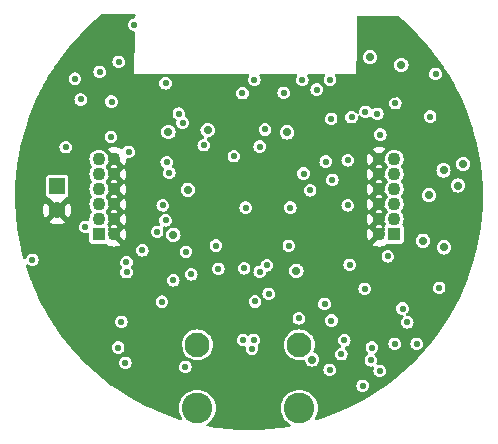
<source format=gbr>
G04 #@! TF.GenerationSoftware,KiCad,Pcbnew,7.0.7*
G04 #@! TF.CreationDate,2024-10-24T15:21:26-07:00*
G04 #@! TF.ProjectId,ESP_POE_1.4b,4553505f-504f-4455-9f31-2e34622e6b69,K*
G04 #@! TF.SameCoordinates,Original*
G04 #@! TF.FileFunction,Copper,L2,Inr*
G04 #@! TF.FilePolarity,Positive*
%FSLAX46Y46*%
G04 Gerber Fmt 4.6, Leading zero omitted, Abs format (unit mm)*
G04 Created by KiCad (PCBNEW 7.0.7) date 2024-10-24 15:21:26*
%MOMM*%
%LPD*%
G01*
G04 APERTURE LIST*
G04 #@! TA.AperFunction,ComponentPad*
%ADD10R,1.400000X1.400000*%
G04 #@! TD*
G04 #@! TA.AperFunction,ComponentPad*
%ADD11C,1.400000*%
G04 #@! TD*
G04 #@! TA.AperFunction,ComponentPad*
%ADD12C,2.100000*%
G04 #@! TD*
G04 #@! TA.AperFunction,ComponentPad*
%ADD13C,2.600000*%
G04 #@! TD*
G04 #@! TA.AperFunction,ComponentPad*
%ADD14R,1.100000X1.100000*%
G04 #@! TD*
G04 #@! TA.AperFunction,ComponentPad*
%ADD15C,1.100000*%
G04 #@! TD*
G04 #@! TA.AperFunction,ComponentPad*
%ADD16C,0.700000*%
G04 #@! TD*
G04 #@! TA.AperFunction,ComponentPad*
%ADD17C,1.500000*%
G04 #@! TD*
G04 #@! TA.AperFunction,ViaPad*
%ADD18C,0.550000*%
G04 #@! TD*
G04 #@! TA.AperFunction,ViaPad*
%ADD19C,0.700000*%
G04 #@! TD*
G04 APERTURE END LIST*
D10*
X74389520Y-143148050D03*
D11*
X74392060Y-145177510D03*
D12*
X86256400Y-156589400D03*
D13*
X86256400Y-161949400D03*
D12*
X94896400Y-156589400D03*
D13*
X94896400Y-161949400D03*
D14*
X77927200Y-147218400D03*
D15*
X79197200Y-147218400D03*
X77927200Y-145948400D03*
X79197200Y-145948400D03*
X77927200Y-144678400D03*
X79197200Y-144678400D03*
X77927200Y-143408400D03*
X79197200Y-143408400D03*
X77927200Y-142138400D03*
X79197200Y-142138400D03*
X77927200Y-140868400D03*
X79197200Y-140868400D03*
D16*
X93288000Y-143120000D03*
X93288000Y-141720000D03*
X92588000Y-143820000D03*
X92588000Y-141020000D03*
D17*
X91888000Y-142420000D03*
D16*
X91188000Y-143820000D03*
X91188000Y-141020000D03*
X90488000Y-143120000D03*
X90488000Y-141720000D03*
D14*
X102920800Y-147218400D03*
D15*
X101650800Y-147218400D03*
X102920800Y-145948400D03*
X101650800Y-145948400D03*
X102920800Y-144678400D03*
X101650800Y-144678400D03*
X102920800Y-143408400D03*
X101650800Y-143408400D03*
X102920800Y-142138400D03*
X101650800Y-142138400D03*
X102920800Y-140868400D03*
X101650800Y-140868400D03*
D18*
X93573600Y-135261600D03*
X76384400Y-135820400D03*
X72288400Y-149402800D03*
X96367600Y-134975600D03*
X98602800Y-158496000D03*
X104241600Y-130657600D03*
X86207600Y-134367600D03*
X97180400Y-139903200D03*
X79774800Y-155549600D03*
X92913200Y-149809200D03*
D19*
X97180400Y-148856298D03*
D18*
X100634800Y-152884800D03*
D19*
X102903979Y-135378187D03*
D18*
X98988000Y-134620000D03*
X103479600Y-150571200D03*
X75239700Y-146964400D03*
X103987600Y-157480000D03*
X95859600Y-150032800D03*
X73558400Y-138430000D03*
X84767299Y-156925237D03*
X77779700Y-138561600D03*
X78028800Y-130911600D03*
X107797600Y-135483600D03*
X105968800Y-137261600D03*
X77984024Y-133483076D03*
X104827901Y-156514800D03*
X106426000Y-133654800D03*
X79552800Y-156819600D03*
X97586800Y-137464800D03*
X103632000Y-153517600D03*
D19*
X85445600Y-143459200D03*
D18*
X83566000Y-134447100D03*
D19*
X103530400Y-132892800D03*
X100868400Y-132232400D03*
D18*
X99314000Y-137312400D03*
X100489115Y-136874658D03*
X101041200Y-156819600D03*
X79603600Y-132638800D03*
D19*
X105867200Y-143916400D03*
D18*
X106730800Y-151771600D03*
X84226400Y-151130000D03*
X86798849Y-139687300D03*
D19*
X93850621Y-138610179D03*
D18*
X80924400Y-129489200D03*
X97028000Y-153130000D03*
X90220800Y-150114000D03*
X87833200Y-148183600D03*
X76758800Y-146608800D03*
X80162400Y-158108400D03*
X100945292Y-157900100D03*
X98988000Y-144780000D03*
X103022400Y-136120300D03*
X101752400Y-138785600D03*
X75895200Y-134061200D03*
X78943200Y-138988800D03*
X80264103Y-150432480D03*
X101498400Y-137026400D03*
X97688400Y-142627600D03*
X92151200Y-149860000D03*
X91024898Y-156179400D03*
X90881200Y-156921200D03*
X91541600Y-150418800D03*
X90127902Y-156179400D03*
D19*
X108762800Y-141274800D03*
X107098899Y-141822000D03*
D18*
X102385801Y-149098000D03*
X95250000Y-142087600D03*
D19*
X105359200Y-147777200D03*
X108305600Y-143103600D03*
D18*
X85750400Y-150622000D03*
D19*
X107141554Y-148336615D03*
D18*
X81603600Y-148590000D03*
D19*
X83810951Y-138569200D03*
X87128700Y-138417300D03*
X94640400Y-150317200D03*
D18*
X83566000Y-146050000D03*
X99163106Y-149809029D03*
X83667600Y-141122400D03*
X84696128Y-137021528D03*
X80257900Y-149606000D03*
X98450400Y-157378400D03*
X91135700Y-152921239D03*
X92298700Y-152280000D03*
X98704400Y-156210000D03*
X83261200Y-152940000D03*
X97485200Y-134162800D03*
X100431600Y-151841200D03*
X94848690Y-154352127D03*
X100252962Y-160044562D03*
X97611543Y-154533468D03*
X85242400Y-158464000D03*
X95808800Y-143510000D03*
X94005254Y-148208854D03*
X79825600Y-154635200D03*
X88036400Y-150164800D03*
X94132400Y-144969500D03*
X89357200Y-140614400D03*
X90358280Y-144969957D03*
X91983560Y-138360400D03*
X101701600Y-158800800D03*
D19*
X95961200Y-157835600D03*
D18*
X102972438Y-156515638D03*
D19*
X84226400Y-147269200D03*
D18*
X75107800Y-139852400D03*
X90078400Y-135280400D03*
X80453800Y-140258800D03*
X85293200Y-148710400D03*
X104038400Y-154686000D03*
X91541600Y-139801600D03*
X97129600Y-141071600D03*
X85007200Y-137787257D03*
X83874200Y-142036800D03*
X83330800Y-144780000D03*
X78994000Y-135991600D03*
X82854800Y-147015200D03*
X95148400Y-134162300D03*
X91084400Y-134144000D03*
X98988000Y-140970000D03*
X97466400Y-158718000D03*
G04 #@! TA.AperFunction,Conductor*
G36*
X78870473Y-146117371D02*
G01*
X78917086Y-146159571D01*
X78936132Y-146188723D01*
X78936134Y-146188725D01*
X78936135Y-146188726D01*
X78936136Y-146188727D01*
X78987128Y-146228415D01*
X79035800Y-146266298D01*
X79076613Y-146323009D01*
X79080288Y-146392782D01*
X79047319Y-146451833D01*
X78909137Y-146590015D01*
X78906843Y-146591267D01*
X78936902Y-146604995D01*
X78943380Y-146611027D01*
X79050794Y-146718441D01*
X79084279Y-146779764D01*
X79079295Y-146849456D01*
X79037423Y-146905389D01*
X79022131Y-146915176D01*
X78979256Y-146938379D01*
X78979251Y-146938382D01*
X78946928Y-146973495D01*
X78887041Y-147009485D01*
X78817203Y-147007384D01*
X78759587Y-146967859D01*
X78732486Y-146903460D01*
X78731699Y-146889511D01*
X78731699Y-146698708D01*
X78751384Y-146631669D01*
X78771920Y-146613873D01*
X78722189Y-146576644D01*
X78718354Y-146571225D01*
X78716934Y-146569100D01*
X78716934Y-146569099D01*
X78660684Y-146484916D01*
X78660683Y-146484915D01*
X78660682Y-146484913D01*
X78656626Y-146480857D01*
X78623141Y-146419534D01*
X78628125Y-146349842D01*
X78639313Y-146327205D01*
X78656616Y-146299668D01*
X78696237Y-146186437D01*
X78736958Y-146129662D01*
X78801911Y-146103915D01*
X78870473Y-146117371D01*
G37*
G04 #@! TD.AperFunction*
G04 #@! TA.AperFunction,Conductor*
G36*
X78870474Y-144847371D02*
G01*
X78917088Y-144889572D01*
X78936134Y-144918725D01*
X78936135Y-144918726D01*
X78936136Y-144918727D01*
X78970545Y-144945508D01*
X79035800Y-144996298D01*
X79076613Y-145053009D01*
X79080288Y-145122782D01*
X79047320Y-145181833D01*
X78915753Y-145313400D01*
X79050794Y-145448441D01*
X79084279Y-145509764D01*
X79079295Y-145579456D01*
X79037423Y-145635389D01*
X79022131Y-145645176D01*
X78979256Y-145668379D01*
X78979252Y-145668382D01*
X78903542Y-145750625D01*
X78843654Y-145786616D01*
X78773816Y-145784515D01*
X78716200Y-145744991D01*
X78695271Y-145707597D01*
X78656620Y-145597140D01*
X78656616Y-145597132D01*
X78607694Y-145519272D01*
X78560164Y-145443628D01*
X78517617Y-145401081D01*
X78484132Y-145339758D01*
X78489116Y-145270066D01*
X78517617Y-145225719D01*
X78531818Y-145211518D01*
X78560164Y-145183172D01*
X78656616Y-145029668D01*
X78656617Y-145029664D01*
X78656620Y-145029659D01*
X78696238Y-144916438D01*
X78736959Y-144859662D01*
X78801912Y-144833915D01*
X78870474Y-144847371D01*
G37*
G04 #@! TD.AperFunction*
G04 #@! TA.AperFunction,Conductor*
G36*
X78870474Y-143577371D02*
G01*
X78917088Y-143619572D01*
X78936134Y-143648725D01*
X78936135Y-143648726D01*
X78936136Y-143648727D01*
X78987128Y-143688415D01*
X79035800Y-143726298D01*
X79076613Y-143783009D01*
X79080288Y-143852782D01*
X79047320Y-143911833D01*
X78915753Y-144043400D01*
X79050794Y-144178441D01*
X79084279Y-144239764D01*
X79079295Y-144309456D01*
X79037423Y-144365389D01*
X79022131Y-144375176D01*
X78979256Y-144398379D01*
X78979252Y-144398382D01*
X78903542Y-144480625D01*
X78843654Y-144516616D01*
X78773816Y-144514515D01*
X78716200Y-144474991D01*
X78695271Y-144437597D01*
X78656620Y-144327140D01*
X78656616Y-144327132D01*
X78617029Y-144264129D01*
X78560164Y-144173628D01*
X78517617Y-144131081D01*
X78484132Y-144069758D01*
X78489116Y-144000066D01*
X78517617Y-143955719D01*
X78525990Y-143947346D01*
X78560164Y-143913172D01*
X78656616Y-143759668D01*
X78656617Y-143759664D01*
X78656620Y-143759659D01*
X78696238Y-143646438D01*
X78736959Y-143589662D01*
X78801912Y-143563915D01*
X78870474Y-143577371D01*
G37*
G04 #@! TD.AperFunction*
G04 #@! TA.AperFunction,Conductor*
G36*
X78870474Y-142307371D02*
G01*
X78917088Y-142349572D01*
X78936134Y-142378725D01*
X78936135Y-142378726D01*
X78936136Y-142378727D01*
X78982026Y-142414444D01*
X79035800Y-142456298D01*
X79076613Y-142513009D01*
X79080288Y-142582782D01*
X79047320Y-142641833D01*
X78915753Y-142773400D01*
X79050794Y-142908441D01*
X79084279Y-142969764D01*
X79079295Y-143039456D01*
X79037423Y-143095389D01*
X79022131Y-143105176D01*
X78979256Y-143128379D01*
X78979252Y-143128382D01*
X78903542Y-143210625D01*
X78843654Y-143246616D01*
X78773816Y-143244515D01*
X78716200Y-143204991D01*
X78695271Y-143167597D01*
X78656620Y-143057140D01*
X78656616Y-143057132D01*
X78617029Y-142994129D01*
X78560164Y-142903628D01*
X78517617Y-142861081D01*
X78484132Y-142799758D01*
X78489116Y-142730066D01*
X78517617Y-142685719D01*
X78530870Y-142672466D01*
X78560164Y-142643172D01*
X78656616Y-142489668D01*
X78656617Y-142489664D01*
X78656620Y-142489659D01*
X78696238Y-142376438D01*
X78736959Y-142319662D01*
X78801912Y-142293915D01*
X78870474Y-142307371D01*
G37*
G04 #@! TD.AperFunction*
G04 #@! TA.AperFunction,Conductor*
G36*
X78870474Y-141037371D02*
G01*
X78917088Y-141079572D01*
X78936134Y-141108725D01*
X78936135Y-141108726D01*
X78936136Y-141108727D01*
X78946758Y-141116994D01*
X79035800Y-141186299D01*
X79076613Y-141243009D01*
X79080287Y-141312782D01*
X79047318Y-141371833D01*
X78915753Y-141503397D01*
X78915753Y-141503399D01*
X79050794Y-141638441D01*
X79084279Y-141699764D01*
X79079295Y-141769456D01*
X79037423Y-141825389D01*
X79022131Y-141835176D01*
X78979256Y-141858379D01*
X78979252Y-141858382D01*
X78903542Y-141940625D01*
X78843654Y-141976616D01*
X78773816Y-141974515D01*
X78716200Y-141934991D01*
X78695271Y-141897597D01*
X78656620Y-141787140D01*
X78656616Y-141787132D01*
X78608125Y-141709959D01*
X78560164Y-141633628D01*
X78517617Y-141591081D01*
X78484132Y-141529758D01*
X78489116Y-141460066D01*
X78517617Y-141415719D01*
X78531305Y-141402031D01*
X78560164Y-141373172D01*
X78656616Y-141219668D01*
X78656617Y-141219664D01*
X78656620Y-141219659D01*
X78696238Y-141106438D01*
X78736959Y-141049662D01*
X78801912Y-141023915D01*
X78870474Y-141037371D01*
G37*
G04 #@! TD.AperFunction*
G04 #@! TA.AperFunction,Conductor*
G36*
X102074182Y-146112282D02*
G01*
X102131799Y-146151806D01*
X102152728Y-146189198D01*
X102174571Y-146251621D01*
X102191383Y-146299666D01*
X102191385Y-146299671D01*
X102208686Y-146327205D01*
X102227686Y-146394442D01*
X102207318Y-146461277D01*
X102191377Y-146480854D01*
X102187316Y-146484915D01*
X102129645Y-146571225D01*
X102078090Y-146614310D01*
X102091567Y-146624399D01*
X102115984Y-146689864D01*
X102116300Y-146698709D01*
X102116300Y-146883545D01*
X102096615Y-146950584D01*
X102043811Y-146996339D01*
X101974653Y-147006283D01*
X101916138Y-146981399D01*
X101812199Y-146900501D01*
X101771386Y-146843791D01*
X101767711Y-146774018D01*
X101800680Y-146714965D01*
X101904619Y-146611027D01*
X101940411Y-146591483D01*
X101938862Y-146590015D01*
X101797205Y-146448358D01*
X101763720Y-146387035D01*
X101768704Y-146317343D01*
X101810576Y-146261410D01*
X101825852Y-146251632D01*
X101868747Y-146228419D01*
X101944459Y-146146173D01*
X102004344Y-146110183D01*
X102074182Y-146112282D01*
G37*
G04 #@! TD.AperFunction*
G04 #@! TA.AperFunction,Conductor*
G36*
X102074182Y-144842282D02*
G01*
X102131799Y-144881806D01*
X102152728Y-144919198D01*
X102161935Y-144945508D01*
X102191383Y-145029666D01*
X102191383Y-145029667D01*
X102287836Y-145183172D01*
X102330383Y-145225719D01*
X102363868Y-145287042D01*
X102358884Y-145356734D01*
X102330383Y-145401081D01*
X102287836Y-145443627D01*
X102191383Y-145597132D01*
X102191379Y-145597140D01*
X102151762Y-145710362D01*
X102111041Y-145767138D01*
X102046088Y-145792885D01*
X101977526Y-145779429D01*
X101930912Y-145737228D01*
X101911865Y-145708074D01*
X101911862Y-145708071D01*
X101812199Y-145630500D01*
X101771386Y-145573790D01*
X101767711Y-145504017D01*
X101800680Y-145444965D01*
X101932246Y-145313399D01*
X101797205Y-145178358D01*
X101763720Y-145117035D01*
X101768704Y-145047343D01*
X101810576Y-144991410D01*
X101825852Y-144981632D01*
X101868747Y-144958419D01*
X101944459Y-144876173D01*
X102004344Y-144840183D01*
X102074182Y-144842282D01*
G37*
G04 #@! TD.AperFunction*
G04 #@! TA.AperFunction,Conductor*
G36*
X102074182Y-143572282D02*
G01*
X102131799Y-143611806D01*
X102152730Y-143649201D01*
X102191383Y-143759666D01*
X102191383Y-143759667D01*
X102287836Y-143913172D01*
X102330383Y-143955719D01*
X102363868Y-144017042D01*
X102358884Y-144086734D01*
X102330383Y-144131081D01*
X102287836Y-144173627D01*
X102191383Y-144327132D01*
X102191379Y-144327140D01*
X102151762Y-144440362D01*
X102111041Y-144497138D01*
X102046088Y-144522885D01*
X101977526Y-144509429D01*
X101930912Y-144467228D01*
X101911865Y-144438074D01*
X101911862Y-144438071D01*
X101812199Y-144360500D01*
X101771386Y-144303790D01*
X101767711Y-144234017D01*
X101800680Y-144174965D01*
X101932246Y-144043399D01*
X101797205Y-143908358D01*
X101763720Y-143847035D01*
X101768704Y-143777343D01*
X101810576Y-143721410D01*
X101825852Y-143711632D01*
X101868747Y-143688419D01*
X101944459Y-143606173D01*
X102004344Y-143570183D01*
X102074182Y-143572282D01*
G37*
G04 #@! TD.AperFunction*
G04 #@! TA.AperFunction,Conductor*
G36*
X102074182Y-142302282D02*
G01*
X102131799Y-142341806D01*
X102152728Y-142379198D01*
X102165062Y-142414444D01*
X102191383Y-142489666D01*
X102191383Y-142489667D01*
X102287836Y-142643172D01*
X102330383Y-142685719D01*
X102363868Y-142747042D01*
X102358884Y-142816734D01*
X102330383Y-142861081D01*
X102287836Y-142903627D01*
X102191383Y-143057132D01*
X102191379Y-143057140D01*
X102151762Y-143170362D01*
X102111041Y-143227138D01*
X102046088Y-143252885D01*
X101977526Y-143239429D01*
X101930912Y-143197228D01*
X101911865Y-143168074D01*
X101911862Y-143168071D01*
X101812199Y-143090500D01*
X101771386Y-143033790D01*
X101767711Y-142964017D01*
X101800680Y-142904965D01*
X101932246Y-142773399D01*
X101797205Y-142638358D01*
X101763720Y-142577035D01*
X101768704Y-142507343D01*
X101810576Y-142451410D01*
X101825852Y-142441632D01*
X101868747Y-142418419D01*
X101944459Y-142336173D01*
X102004344Y-142300183D01*
X102074182Y-142302282D01*
G37*
G04 #@! TD.AperFunction*
G04 #@! TA.AperFunction,Conductor*
G36*
X102074182Y-141032282D02*
G01*
X102131799Y-141071806D01*
X102152728Y-141109198D01*
X102166451Y-141148415D01*
X102191383Y-141219666D01*
X102191383Y-141219667D01*
X102287836Y-141373172D01*
X102330383Y-141415719D01*
X102363868Y-141477042D01*
X102358884Y-141546734D01*
X102330383Y-141591081D01*
X102287836Y-141633627D01*
X102191383Y-141787132D01*
X102191379Y-141787140D01*
X102151762Y-141900362D01*
X102111041Y-141957138D01*
X102046088Y-141982885D01*
X101977526Y-141969429D01*
X101930912Y-141927228D01*
X101911865Y-141898074D01*
X101911252Y-141897597D01*
X101819685Y-141826328D01*
X101819684Y-141826327D01*
X101812198Y-141820501D01*
X101771385Y-141763791D01*
X101767710Y-141694018D01*
X101800679Y-141634965D01*
X101932246Y-141503397D01*
X101797206Y-141368358D01*
X101763721Y-141307035D01*
X101768705Y-141237344D01*
X101810576Y-141181410D01*
X101825862Y-141171627D01*
X101868747Y-141148419D01*
X101944459Y-141066173D01*
X102004344Y-141030183D01*
X102074182Y-141032282D01*
G37*
G04 #@! TD.AperFunction*
G04 #@! TA.AperFunction,Conductor*
G36*
X80898775Y-128574253D02*
G01*
X80965727Y-128594225D01*
X81011254Y-128647225D01*
X81022184Y-128701970D01*
X81018111Y-128837759D01*
X80996426Y-128904178D01*
X80942274Y-128948329D01*
X80910353Y-128956980D01*
X80786173Y-128973329D01*
X80786172Y-128973329D01*
X80657366Y-129026682D01*
X80546756Y-129111556D01*
X80461882Y-129222166D01*
X80408529Y-129350972D01*
X80408529Y-129350973D01*
X80390331Y-129489200D01*
X80408529Y-129627427D01*
X80461883Y-129756235D01*
X80546756Y-129866844D01*
X80657365Y-129951717D01*
X80786173Y-130005071D01*
X80871197Y-130016264D01*
X80935092Y-130044530D01*
X80973564Y-130102854D01*
X80978955Y-130142921D01*
X80873599Y-133654800D01*
X90540910Y-133654800D01*
X90607949Y-133674485D01*
X90653704Y-133727289D01*
X90663648Y-133796447D01*
X90639285Y-133854287D01*
X90621882Y-133876965D01*
X90571356Y-133998947D01*
X90568529Y-134005773D01*
X90550331Y-134144000D01*
X90568529Y-134282227D01*
X90621883Y-134411035D01*
X90706756Y-134521644D01*
X90817365Y-134606517D01*
X90946173Y-134659871D01*
X91084400Y-134678069D01*
X91222627Y-134659871D01*
X91351435Y-134606517D01*
X91462044Y-134521644D01*
X91546917Y-134411035D01*
X91600271Y-134282227D01*
X91618469Y-134144000D01*
X91600271Y-134005773D01*
X91546917Y-133876966D01*
X91546916Y-133876965D01*
X91529514Y-133854285D01*
X91504321Y-133789115D01*
X91518360Y-133720671D01*
X91567175Y-133670682D01*
X91627891Y-133654800D01*
X94618952Y-133654800D01*
X94685991Y-133674485D01*
X94731746Y-133727289D01*
X94741690Y-133796447D01*
X94717329Y-133854283D01*
X94710756Y-133862851D01*
X94685881Y-133895268D01*
X94632529Y-134024072D01*
X94632529Y-134024073D01*
X94614331Y-134162300D01*
X94632529Y-134300527D01*
X94685883Y-134429335D01*
X94770756Y-134539944D01*
X94881365Y-134624817D01*
X95010173Y-134678171D01*
X95148400Y-134696369D01*
X95286627Y-134678171D01*
X95415435Y-134624817D01*
X95526044Y-134539944D01*
X95610917Y-134429335D01*
X95664271Y-134300527D01*
X95682469Y-134162300D01*
X95664271Y-134024073D01*
X95610917Y-133895266D01*
X95596875Y-133876966D01*
X95579472Y-133854285D01*
X95554279Y-133789116D01*
X95568318Y-133720671D01*
X95617132Y-133670682D01*
X95677849Y-133654800D01*
X96956135Y-133654800D01*
X97023174Y-133674485D01*
X97068929Y-133727289D01*
X97078873Y-133796447D01*
X97054511Y-133854286D01*
X97022682Y-133895765D01*
X96969329Y-134024572D01*
X96969329Y-134024573D01*
X96951131Y-134162799D01*
X96969329Y-134301026D01*
X96969329Y-134301027D01*
X96972578Y-134308872D01*
X97022683Y-134429835D01*
X97107556Y-134540444D01*
X97218165Y-134625317D01*
X97346973Y-134678671D01*
X97485200Y-134696869D01*
X97623427Y-134678671D01*
X97752235Y-134625317D01*
X97862844Y-134540444D01*
X97947717Y-134429835D01*
X98001071Y-134301027D01*
X98019269Y-134162800D01*
X98001071Y-134024573D01*
X97968356Y-133945593D01*
X97947717Y-133895765D01*
X97915889Y-133854286D01*
X97890695Y-133789117D01*
X97904734Y-133720672D01*
X97953548Y-133670682D01*
X98014265Y-133654800D01*
X99720400Y-133654800D01*
X105891931Y-133654800D01*
X105910129Y-133793026D01*
X105910129Y-133793027D01*
X105952478Y-133895268D01*
X105963483Y-133921835D01*
X106048356Y-134032444D01*
X106158965Y-134117317D01*
X106287773Y-134170671D01*
X106426000Y-134188869D01*
X106564227Y-134170671D01*
X106693035Y-134117317D01*
X106803644Y-134032444D01*
X106888517Y-133921835D01*
X106941871Y-133793027D01*
X106960069Y-133654800D01*
X106941871Y-133516573D01*
X106888517Y-133387766D01*
X106888517Y-133387765D01*
X106803647Y-133277159D01*
X106803645Y-133277157D01*
X106803644Y-133277156D01*
X106693035Y-133192283D01*
X106564227Y-133138929D01*
X106426000Y-133120731D01*
X106287773Y-133138929D01*
X106287772Y-133138929D01*
X106158966Y-133192282D01*
X106048356Y-133277156D01*
X105963482Y-133387766D01*
X105910129Y-133516572D01*
X105910129Y-133516573D01*
X105891931Y-133654800D01*
X99720400Y-133654800D01*
X99728256Y-132892800D01*
X102920684Y-132892800D01*
X102941460Y-133050605D01*
X102941461Y-133050609D01*
X103002368Y-133197655D01*
X103002369Y-133197657D01*
X103002370Y-133197658D01*
X103099266Y-133323934D01*
X103225542Y-133420830D01*
X103372594Y-133481740D01*
X103512040Y-133500098D01*
X103530399Y-133502516D01*
X103530400Y-133502516D01*
X103530401Y-133502516D01*
X103546846Y-133500350D01*
X103688206Y-133481740D01*
X103835258Y-133420830D01*
X103961534Y-133323934D01*
X104058430Y-133197658D01*
X104119340Y-133050606D01*
X104140116Y-132892800D01*
X104119340Y-132734994D01*
X104058430Y-132587942D01*
X103961534Y-132461666D01*
X103835258Y-132364770D01*
X103835257Y-132364769D01*
X103835255Y-132364768D01*
X103688209Y-132303861D01*
X103688207Y-132303860D01*
X103688206Y-132303860D01*
X103557562Y-132286660D01*
X103530401Y-132283084D01*
X103530399Y-132283084D01*
X103372594Y-132303860D01*
X103372590Y-132303861D01*
X103225544Y-132364768D01*
X103099266Y-132461666D01*
X103002368Y-132587944D01*
X102941461Y-132734990D01*
X102941460Y-132734994D01*
X102920684Y-132892799D01*
X102920684Y-132892800D01*
X99728256Y-132892800D01*
X99735064Y-132232400D01*
X100258684Y-132232400D01*
X100279460Y-132390205D01*
X100279461Y-132390209D01*
X100340368Y-132537255D01*
X100340369Y-132537257D01*
X100340370Y-132537258D01*
X100437266Y-132663534D01*
X100563542Y-132760430D01*
X100710594Y-132821340D01*
X100850040Y-132839698D01*
X100868399Y-132842116D01*
X100868400Y-132842116D01*
X100868401Y-132842116D01*
X100884846Y-132839950D01*
X101026206Y-132821340D01*
X101173258Y-132760430D01*
X101299534Y-132663534D01*
X101396430Y-132537258D01*
X101457340Y-132390206D01*
X101478116Y-132232400D01*
X101457340Y-132074594D01*
X101396430Y-131927542D01*
X101299534Y-131801266D01*
X101173258Y-131704370D01*
X101173257Y-131704369D01*
X101173255Y-131704368D01*
X101026209Y-131643461D01*
X101026207Y-131643460D01*
X101026206Y-131643460D01*
X100947302Y-131633072D01*
X100868401Y-131622684D01*
X100868399Y-131622684D01*
X100710594Y-131643460D01*
X100710590Y-131643461D01*
X100563544Y-131704368D01*
X100437266Y-131801266D01*
X100340368Y-131927544D01*
X100279461Y-132074590D01*
X100279460Y-132074594D01*
X100258684Y-132232399D01*
X100258684Y-132232400D01*
X99735064Y-132232400D01*
X99769940Y-128849402D01*
X99790314Y-128782570D01*
X99843587Y-128737362D01*
X99893407Y-128726682D01*
X103135899Y-128712942D01*
X103203017Y-128732341D01*
X103215882Y-128741747D01*
X103463328Y-128948329D01*
X103652993Y-129106673D01*
X103655088Y-129108504D01*
X104308874Y-129706090D01*
X104310885Y-129708013D01*
X104937186Y-130334314D01*
X104939109Y-130336325D01*
X105536695Y-130990111D01*
X105538526Y-130992206D01*
X106106189Y-131672157D01*
X106107907Y-131674311D01*
X106300718Y-131927542D01*
X106644487Y-132379037D01*
X106646123Y-132381288D01*
X106701809Y-132461666D01*
X107147811Y-133105432D01*
X107150535Y-133109363D01*
X107152068Y-133111685D01*
X107623317Y-133861674D01*
X107624744Y-133864063D01*
X108061862Y-134634423D01*
X108063180Y-134636873D01*
X108465306Y-135426090D01*
X108466505Y-135428578D01*
X108633519Y-135796271D01*
X108832815Y-136235036D01*
X108833908Y-136237594D01*
X109163655Y-137059642D01*
X109164633Y-137062247D01*
X109457188Y-137898320D01*
X109458045Y-137900957D01*
X109494164Y-138021239D01*
X109712778Y-138749256D01*
X109713519Y-138751939D01*
X109929945Y-139610852D01*
X109930565Y-139613565D01*
X110108237Y-140481311D01*
X110108730Y-140484028D01*
X110231732Y-141260627D01*
X110247292Y-141358871D01*
X110247663Y-141361611D01*
X110343064Y-142208314D01*
X110346837Y-142241801D01*
X110347084Y-142244544D01*
X110406669Y-143128302D01*
X110406794Y-143131082D01*
X110426668Y-144016608D01*
X110426668Y-144019392D01*
X110406794Y-144904917D01*
X110406669Y-144907691D01*
X110347084Y-145791451D01*
X110346837Y-145794195D01*
X110251163Y-146643336D01*
X110247666Y-146674370D01*
X110247292Y-146677128D01*
X110109159Y-147549269D01*
X110108734Y-147551950D01*
X110108237Y-147554688D01*
X109930565Y-148422434D01*
X109929945Y-148425147D01*
X109713519Y-149284060D01*
X109712778Y-149286743D01*
X109458048Y-150135033D01*
X109457188Y-150137679D01*
X109164633Y-150973752D01*
X109163655Y-150976357D01*
X108833908Y-151798405D01*
X108832815Y-151800963D01*
X108466514Y-152607402D01*
X108465306Y-152609909D01*
X108063180Y-153399126D01*
X108061862Y-153401576D01*
X107624744Y-154171936D01*
X107623317Y-154174325D01*
X107152068Y-154924314D01*
X107150535Y-154926636D01*
X106646123Y-155654711D01*
X106644487Y-155656962D01*
X106107924Y-156361667D01*
X106106189Y-156363842D01*
X105538526Y-157043793D01*
X105536695Y-157045888D01*
X104939109Y-157699674D01*
X104937186Y-157701685D01*
X104310885Y-158327986D01*
X104308874Y-158329909D01*
X103655088Y-158927495D01*
X103652993Y-158929326D01*
X102973042Y-159496989D01*
X102970867Y-159498724D01*
X102266162Y-160035287D01*
X102263911Y-160036923D01*
X101535836Y-160541335D01*
X101533514Y-160542868D01*
X100783525Y-161014117D01*
X100781136Y-161015544D01*
X100010776Y-161452662D01*
X100008326Y-161453980D01*
X99219109Y-161856106D01*
X99216602Y-161857314D01*
X98410163Y-162223615D01*
X98407605Y-162224708D01*
X97585557Y-162554455D01*
X97582952Y-162555433D01*
X96746879Y-162847988D01*
X96744233Y-162848848D01*
X96349636Y-162967339D01*
X96279768Y-162967767D01*
X96220760Y-162930353D01*
X96191346Y-162866976D01*
X96200867Y-162797758D01*
X96208239Y-162783802D01*
X96285753Y-162657311D01*
X96379389Y-162431252D01*
X96436509Y-162193329D01*
X96455707Y-161949400D01*
X96436509Y-161705471D01*
X96379389Y-161467548D01*
X96379388Y-161467545D01*
X96379388Y-161467544D01*
X96285755Y-161241492D01*
X96285753Y-161241489D01*
X96157909Y-161032867D01*
X96157903Y-161032858D01*
X95998999Y-160846805D01*
X95998994Y-160846800D01*
X95812941Y-160687896D01*
X95812932Y-160687890D01*
X95604310Y-160560046D01*
X95604307Y-160560044D01*
X95378254Y-160466411D01*
X95140332Y-160409291D01*
X94957382Y-160394892D01*
X94896400Y-160390093D01*
X94896399Y-160390093D01*
X94652467Y-160409291D01*
X94414546Y-160466411D01*
X94414544Y-160466411D01*
X94188492Y-160560044D01*
X94188489Y-160560046D01*
X93979867Y-160687890D01*
X93979858Y-160687896D01*
X93793805Y-160846800D01*
X93793800Y-160846805D01*
X93634896Y-161032858D01*
X93634890Y-161032867D01*
X93507046Y-161241489D01*
X93507044Y-161241492D01*
X93413411Y-161467544D01*
X93413411Y-161467546D01*
X93356291Y-161705467D01*
X93337093Y-161949400D01*
X93356291Y-162193332D01*
X93413411Y-162431253D01*
X93413411Y-162431255D01*
X93507044Y-162657307D01*
X93507046Y-162657310D01*
X93634890Y-162865932D01*
X93634896Y-162865941D01*
X93793800Y-163051994D01*
X93793805Y-163051999D01*
X93979858Y-163210903D01*
X93979866Y-163210909D01*
X94104773Y-163287452D01*
X94151648Y-163339263D01*
X94163071Y-163408193D01*
X94135414Y-163472356D01*
X94077458Y-163511381D01*
X94059381Y-163515652D01*
X93286328Y-163638092D01*
X93283582Y-163638464D01*
X92403398Y-163737637D01*
X92400651Y-163737884D01*
X91516891Y-163797469D01*
X91514117Y-163797594D01*
X90628591Y-163817468D01*
X90625809Y-163817468D01*
X89740282Y-163797594D01*
X89737510Y-163797469D01*
X88853744Y-163737884D01*
X88851008Y-163737637D01*
X87970811Y-163638463D01*
X87968075Y-163638092D01*
X87762041Y-163605460D01*
X87114285Y-163502865D01*
X87051150Y-163472936D01*
X87014219Y-163413624D01*
X87015217Y-163343762D01*
X87053827Y-163285529D01*
X87068884Y-163274670D01*
X87172938Y-163210906D01*
X87358997Y-163051997D01*
X87517906Y-162865938D01*
X87645753Y-162657311D01*
X87645756Y-162657305D01*
X87739388Y-162431255D01*
X87739388Y-162431254D01*
X87739389Y-162431252D01*
X87796509Y-162193329D01*
X87815707Y-161949400D01*
X87796509Y-161705471D01*
X87739389Y-161467548D01*
X87739388Y-161467545D01*
X87739388Y-161467544D01*
X87645755Y-161241492D01*
X87645753Y-161241489D01*
X87517909Y-161032867D01*
X87517903Y-161032858D01*
X87358999Y-160846805D01*
X87358994Y-160846800D01*
X87172941Y-160687896D01*
X87172932Y-160687890D01*
X86964310Y-160560046D01*
X86964307Y-160560044D01*
X86738254Y-160466411D01*
X86500332Y-160409291D01*
X86256400Y-160390093D01*
X86012467Y-160409291D01*
X85774546Y-160466411D01*
X85774544Y-160466411D01*
X85548492Y-160560044D01*
X85548489Y-160560046D01*
X85339867Y-160687890D01*
X85339858Y-160687896D01*
X85153805Y-160846800D01*
X85153800Y-160846805D01*
X84994896Y-161032858D01*
X84994890Y-161032867D01*
X84867046Y-161241489D01*
X84867044Y-161241492D01*
X84773411Y-161467544D01*
X84773411Y-161467546D01*
X84716291Y-161705467D01*
X84697093Y-161949399D01*
X84716291Y-162193332D01*
X84773411Y-162431253D01*
X84773411Y-162431255D01*
X84867043Y-162657304D01*
X84921641Y-162746400D01*
X84939885Y-162813846D01*
X84918768Y-162880449D01*
X84864996Y-162925062D01*
X84795641Y-162933522D01*
X84780255Y-162929952D01*
X84510157Y-162848845D01*
X84507520Y-162847988D01*
X83671447Y-162555433D01*
X83668842Y-162554455D01*
X82846794Y-162224708D01*
X82844236Y-162223615D01*
X82482944Y-162059508D01*
X82037778Y-161857305D01*
X82035290Y-161856106D01*
X81246073Y-161453980D01*
X81243623Y-161452662D01*
X80473263Y-161015544D01*
X80470874Y-161014117D01*
X79720885Y-160542868D01*
X79718563Y-160541335D01*
X79669117Y-160507079D01*
X79001514Y-160044562D01*
X99718893Y-160044562D01*
X99737091Y-160182789D01*
X99790445Y-160311597D01*
X99875318Y-160422206D01*
X99985927Y-160507079D01*
X100114735Y-160560433D01*
X100252962Y-160578631D01*
X100391189Y-160560433D01*
X100519997Y-160507079D01*
X100630606Y-160422206D01*
X100715479Y-160311597D01*
X100768833Y-160182789D01*
X100787031Y-160044562D01*
X100768833Y-159906335D01*
X100715479Y-159777528D01*
X100715479Y-159777527D01*
X100630609Y-159666921D01*
X100630607Y-159666919D01*
X100630606Y-159666918D01*
X100519997Y-159582045D01*
X100391189Y-159528691D01*
X100252962Y-159510493D01*
X100114735Y-159528691D01*
X100114734Y-159528691D01*
X99985928Y-159582044D01*
X99875318Y-159666918D01*
X99790444Y-159777528D01*
X99737091Y-159906334D01*
X99737091Y-159906335D01*
X99718893Y-160044562D01*
X79001514Y-160044562D01*
X78990488Y-160036923D01*
X78988237Y-160035287D01*
X78504433Y-159666918D01*
X78283511Y-159498707D01*
X78281357Y-159496989D01*
X77601406Y-158929326D01*
X77599311Y-158927495D01*
X76945525Y-158329909D01*
X76943514Y-158327986D01*
X76723928Y-158108400D01*
X79628331Y-158108400D01*
X79636064Y-158167133D01*
X79646529Y-158246626D01*
X79646529Y-158246627D01*
X79694993Y-158363631D01*
X79699883Y-158375435D01*
X79784756Y-158486044D01*
X79895365Y-158570917D01*
X80024173Y-158624271D01*
X80162400Y-158642469D01*
X80300627Y-158624271D01*
X80429435Y-158570917D01*
X80540044Y-158486044D01*
X80556959Y-158464000D01*
X84708331Y-158464000D01*
X84726529Y-158602226D01*
X84726529Y-158602227D01*
X84735659Y-158624270D01*
X84779883Y-158731035D01*
X84864756Y-158841644D01*
X84975365Y-158926517D01*
X85104173Y-158979871D01*
X85242400Y-158998069D01*
X85380627Y-158979871D01*
X85509435Y-158926517D01*
X85620044Y-158841644D01*
X85704917Y-158731035D01*
X85710316Y-158718000D01*
X96932331Y-158718000D01*
X96950529Y-158856226D01*
X96950529Y-158856227D01*
X97001743Y-158979870D01*
X97003883Y-158985035D01*
X97088756Y-159095644D01*
X97199365Y-159180517D01*
X97328173Y-159233871D01*
X97466400Y-159252069D01*
X97604627Y-159233871D01*
X97733435Y-159180517D01*
X97844044Y-159095644D01*
X97928917Y-158985035D01*
X97982271Y-158856227D01*
X98000469Y-158718000D01*
X97982271Y-158579773D01*
X97943447Y-158486044D01*
X97928917Y-158450965D01*
X97844047Y-158340359D01*
X97844045Y-158340357D01*
X97844044Y-158340356D01*
X97733435Y-158255483D01*
X97604627Y-158202129D01*
X97466400Y-158183931D01*
X97328173Y-158202129D01*
X97328172Y-158202129D01*
X97199366Y-158255482D01*
X97088756Y-158340356D01*
X97003882Y-158450966D01*
X96950529Y-158579772D01*
X96950529Y-158579773D01*
X96932331Y-158718000D01*
X85710316Y-158718000D01*
X85758271Y-158602227D01*
X85776469Y-158464000D01*
X85758271Y-158325773D01*
X85704917Y-158196966D01*
X85704917Y-158196965D01*
X85620047Y-158086359D01*
X85620045Y-158086357D01*
X85620044Y-158086356D01*
X85509435Y-158001483D01*
X85489935Y-157993406D01*
X85433846Y-157970173D01*
X85380627Y-157948129D01*
X85242400Y-157929931D01*
X85104173Y-157948129D01*
X85104172Y-157948129D01*
X84975366Y-158001482D01*
X84864756Y-158086356D01*
X84779882Y-158196966D01*
X84726529Y-158325772D01*
X84726529Y-158325773D01*
X84708331Y-158464000D01*
X80556959Y-158464000D01*
X80624917Y-158375435D01*
X80678271Y-158246627D01*
X80696469Y-158108400D01*
X80678271Y-157970173D01*
X80640500Y-157878987D01*
X80624917Y-157841365D01*
X80540047Y-157730759D01*
X80540045Y-157730757D01*
X80540044Y-157730756D01*
X80429435Y-157645883D01*
X80428353Y-157645435D01*
X80391706Y-157630255D01*
X80300627Y-157592529D01*
X80162400Y-157574331D01*
X80024173Y-157592529D01*
X80024172Y-157592529D01*
X79895366Y-157645882D01*
X79784756Y-157730756D01*
X79699882Y-157841366D01*
X79651255Y-157958763D01*
X79646529Y-157970173D01*
X79628331Y-158108400D01*
X76723928Y-158108400D01*
X76317213Y-157701685D01*
X76315290Y-157699674D01*
X75717704Y-157045888D01*
X75715873Y-157043793D01*
X75528704Y-156819600D01*
X79018731Y-156819600D01*
X79028431Y-156893282D01*
X79036929Y-156957826D01*
X79036929Y-156957827D01*
X79074986Y-157049706D01*
X79090283Y-157086635D01*
X79175156Y-157197244D01*
X79285765Y-157282117D01*
X79414573Y-157335471D01*
X79552800Y-157353669D01*
X79691027Y-157335471D01*
X79819835Y-157282117D01*
X79930444Y-157197244D01*
X80015317Y-157086635D01*
X80068671Y-156957827D01*
X80086869Y-156819600D01*
X80068671Y-156681373D01*
X80030574Y-156589401D01*
X84946917Y-156589401D01*
X84966810Y-156816783D01*
X84966812Y-156816794D01*
X85025885Y-157037262D01*
X85025887Y-157037266D01*
X85025888Y-157037270D01*
X85054258Y-157098110D01*
X85122353Y-157244141D01*
X85122355Y-157244145D01*
X85253272Y-157431112D01*
X85253281Y-157431122D01*
X85414677Y-157592518D01*
X85414687Y-157592527D01*
X85601654Y-157723444D01*
X85601658Y-157723446D01*
X85808530Y-157819912D01*
X86029011Y-157878989D01*
X86191431Y-157893199D01*
X86256398Y-157898883D01*
X86256400Y-157898883D01*
X86256402Y-157898883D01*
X86313247Y-157893909D01*
X86483789Y-157878989D01*
X86704270Y-157819912D01*
X86911142Y-157723446D01*
X86943634Y-157700695D01*
X87098112Y-157592527D01*
X87098112Y-157592526D01*
X87098119Y-157592522D01*
X87259522Y-157431119D01*
X87390446Y-157244142D01*
X87486912Y-157037270D01*
X87545989Y-156816789D01*
X87565883Y-156589400D01*
X87565729Y-156587645D01*
X87553375Y-156446433D01*
X87545989Y-156362011D01*
X87497059Y-156179400D01*
X89593833Y-156179400D01*
X89607805Y-156285531D01*
X89612031Y-156317626D01*
X89612031Y-156317627D01*
X89630417Y-156362016D01*
X89665385Y-156446435D01*
X89750258Y-156557044D01*
X89860867Y-156641917D01*
X89989675Y-156695271D01*
X90127902Y-156713469D01*
X90218613Y-156701526D01*
X90287645Y-156712291D01*
X90339901Y-156758670D01*
X90358787Y-156825939D01*
X90357735Y-156840650D01*
X90347831Y-156915882D01*
X90347131Y-156921200D01*
X90361654Y-157031508D01*
X90365329Y-157059426D01*
X90365329Y-157059427D01*
X90404892Y-157154942D01*
X90418683Y-157188235D01*
X90503556Y-157298844D01*
X90614165Y-157383717D01*
X90742973Y-157437071D01*
X90881200Y-157455269D01*
X91019427Y-157437071D01*
X91148235Y-157383717D01*
X91258844Y-157298844D01*
X91343717Y-157188235D01*
X91397071Y-157059427D01*
X91415269Y-156921200D01*
X91397071Y-156782973D01*
X91363788Y-156702623D01*
X91356320Y-156633156D01*
X91378222Y-156589401D01*
X93586917Y-156589401D01*
X93606810Y-156816783D01*
X93606812Y-156816794D01*
X93665885Y-157037262D01*
X93665887Y-157037266D01*
X93665888Y-157037270D01*
X93694258Y-157098110D01*
X93762353Y-157244141D01*
X93762355Y-157244145D01*
X93893272Y-157431112D01*
X93893281Y-157431122D01*
X94054677Y-157592518D01*
X94054687Y-157592527D01*
X94241654Y-157723444D01*
X94241658Y-157723446D01*
X94448530Y-157819912D01*
X94669011Y-157878989D01*
X94831431Y-157893199D01*
X94896398Y-157898883D01*
X94896400Y-157898883D01*
X94896402Y-157898883D01*
X94953247Y-157893909D01*
X95123789Y-157878989D01*
X95212668Y-157855174D01*
X95282516Y-157856837D01*
X95340379Y-157895999D01*
X95367699Y-157958763D01*
X95372260Y-157993404D01*
X95372261Y-157993409D01*
X95433168Y-158140455D01*
X95433169Y-158140457D01*
X95433170Y-158140458D01*
X95530066Y-158266734D01*
X95656342Y-158363630D01*
X95803394Y-158424540D01*
X95942840Y-158442898D01*
X95961199Y-158445316D01*
X95961200Y-158445316D01*
X95961201Y-158445316D01*
X95977646Y-158443150D01*
X96119006Y-158424540D01*
X96266058Y-158363630D01*
X96392334Y-158266734D01*
X96489230Y-158140458D01*
X96550140Y-157993406D01*
X96570916Y-157835600D01*
X96550140Y-157677794D01*
X96489230Y-157530742D01*
X96392334Y-157404466D01*
X96358364Y-157378400D01*
X97916331Y-157378400D01*
X97923587Y-157433518D01*
X97934529Y-157516626D01*
X97934529Y-157516627D01*
X97982759Y-157633066D01*
X97987883Y-157645435D01*
X98072756Y-157756044D01*
X98183365Y-157840917D01*
X98312173Y-157894271D01*
X98450400Y-157912469D01*
X98544352Y-157900100D01*
X100411223Y-157900100D01*
X100429421Y-158038326D01*
X100429421Y-158038327D01*
X100461162Y-158114958D01*
X100482775Y-158167135D01*
X100567648Y-158277744D01*
X100678257Y-158362617D01*
X100807065Y-158415971D01*
X100945292Y-158434169D01*
X101083519Y-158415971D01*
X101083522Y-158415969D01*
X101086724Y-158415548D01*
X101155759Y-158426313D01*
X101208015Y-158472693D01*
X101226901Y-158539962D01*
X101217471Y-158585939D01*
X101185730Y-158662569D01*
X101185729Y-158662573D01*
X101167531Y-158800800D01*
X101185729Y-158939026D01*
X101185729Y-158939027D01*
X101210184Y-158998068D01*
X101239083Y-159067835D01*
X101323956Y-159178444D01*
X101434565Y-159263317D01*
X101563373Y-159316671D01*
X101701600Y-159334869D01*
X101839827Y-159316671D01*
X101968635Y-159263317D01*
X102079244Y-159178444D01*
X102164117Y-159067835D01*
X102217471Y-158939027D01*
X102235669Y-158800800D01*
X102217471Y-158662573D01*
X102183174Y-158579773D01*
X102164117Y-158533765D01*
X102079247Y-158423159D01*
X102079245Y-158423157D01*
X102079244Y-158423156D01*
X101968635Y-158338283D01*
X101948418Y-158329909D01*
X101930906Y-158322655D01*
X101839827Y-158284929D01*
X101701600Y-158266731D01*
X101701599Y-158266731D01*
X101560166Y-158285351D01*
X101491131Y-158274585D01*
X101438875Y-158228205D01*
X101419990Y-158160936D01*
X101429418Y-158114964D01*
X101461163Y-158038327D01*
X101479361Y-157900100D01*
X101461163Y-157761873D01*
X101413118Y-157645882D01*
X101407809Y-157633065D01*
X101322937Y-157522457D01*
X101284761Y-157493163D01*
X101243559Y-157436735D01*
X101239404Y-157366989D01*
X101273617Y-157306069D01*
X101301910Y-157287413D01*
X101301198Y-157286180D01*
X101308230Y-157282120D01*
X101308232Y-157282117D01*
X101308235Y-157282117D01*
X101418844Y-157197244D01*
X101503717Y-157086635D01*
X101557071Y-156957827D01*
X101575269Y-156819600D01*
X101557071Y-156681373D01*
X101518974Y-156589400D01*
X101503717Y-156552565D01*
X101475382Y-156515638D01*
X102438369Y-156515638D01*
X102456567Y-156653864D01*
X102456567Y-156653865D01*
X102499978Y-156758670D01*
X102509921Y-156782673D01*
X102594794Y-156893282D01*
X102705403Y-156978155D01*
X102834211Y-157031509D01*
X102972438Y-157049707D01*
X103110665Y-157031509D01*
X103239473Y-156978155D01*
X103350082Y-156893282D01*
X103434955Y-156782673D01*
X103488309Y-156653865D01*
X103506507Y-156515638D01*
X103506397Y-156514800D01*
X104293832Y-156514800D01*
X104310104Y-156638393D01*
X104312030Y-156653026D01*
X104312030Y-156653027D01*
X104342202Y-156725870D01*
X104365384Y-156781835D01*
X104450257Y-156892444D01*
X104560866Y-156977317D01*
X104689674Y-157030671D01*
X104827901Y-157048869D01*
X104966128Y-157030671D01*
X105094936Y-156977317D01*
X105205545Y-156892444D01*
X105290418Y-156781835D01*
X105343772Y-156653027D01*
X105361970Y-156514800D01*
X105343772Y-156376573D01*
X105306061Y-156285531D01*
X105290418Y-156247765D01*
X105205548Y-156137159D01*
X105205546Y-156137157D01*
X105205545Y-156137156D01*
X105094936Y-156052283D01*
X104966128Y-155998929D01*
X104827901Y-155980731D01*
X104689674Y-155998929D01*
X104689673Y-155998929D01*
X104560867Y-156052282D01*
X104450257Y-156137156D01*
X104365383Y-156247766D01*
X104317303Y-156363842D01*
X104312030Y-156376573D01*
X104293832Y-156514800D01*
X103506397Y-156514800D01*
X103488309Y-156377411D01*
X103434955Y-156248604D01*
X103434955Y-156248603D01*
X103350085Y-156137997D01*
X103350083Y-156137995D01*
X103350082Y-156137994D01*
X103239473Y-156053121D01*
X103237447Y-156052282D01*
X103201744Y-156037493D01*
X103110665Y-155999767D01*
X102972438Y-155981569D01*
X102834211Y-155999767D01*
X102834210Y-155999767D01*
X102705404Y-156053120D01*
X102594794Y-156137994D01*
X102509920Y-156248604D01*
X102456567Y-156377410D01*
X102456567Y-156377411D01*
X102438369Y-156515638D01*
X101475382Y-156515638D01*
X101418847Y-156441959D01*
X101418845Y-156441957D01*
X101418844Y-156441956D01*
X101308235Y-156357083D01*
X101179427Y-156303729D01*
X101041200Y-156285531D01*
X100902973Y-156303729D01*
X100902972Y-156303729D01*
X100774166Y-156357082D01*
X100663556Y-156441956D01*
X100578682Y-156552566D01*
X100528997Y-156672517D01*
X100525329Y-156681373D01*
X100507131Y-156819600D01*
X100516831Y-156893282D01*
X100525329Y-156957826D01*
X100525329Y-156957827D01*
X100563386Y-157049706D01*
X100578683Y-157086635D01*
X100663556Y-157197244D01*
X100701731Y-157226536D01*
X100742932Y-157282963D01*
X100747087Y-157352709D01*
X100712875Y-157413630D01*
X100684587Y-157432289D01*
X100685297Y-157433518D01*
X100678261Y-157437580D01*
X100567648Y-157522456D01*
X100482774Y-157633066D01*
X100429421Y-157761872D01*
X100429421Y-157761873D01*
X100411223Y-157900100D01*
X98544352Y-157900100D01*
X98588627Y-157894271D01*
X98717435Y-157840917D01*
X98828044Y-157756044D01*
X98912917Y-157645435D01*
X98966271Y-157516627D01*
X98984469Y-157378400D01*
X98966271Y-157240173D01*
X98912917Y-157111366D01*
X98912917Y-157111365D01*
X98828046Y-157000757D01*
X98761905Y-156950006D01*
X98720702Y-156893578D01*
X98716547Y-156823832D01*
X98750759Y-156762912D01*
X98812477Y-156730159D01*
X98821202Y-156728691D01*
X98842627Y-156725871D01*
X98971435Y-156672517D01*
X99082044Y-156587644D01*
X99166917Y-156477035D01*
X99220271Y-156348227D01*
X99238469Y-156210000D01*
X99220271Y-156071773D01*
X99166917Y-155942966D01*
X99166917Y-155942965D01*
X99082047Y-155832359D01*
X99082045Y-155832357D01*
X99082044Y-155832356D01*
X98971435Y-155747483D01*
X98842627Y-155694129D01*
X98704400Y-155675931D01*
X98566173Y-155694129D01*
X98566172Y-155694129D01*
X98437366Y-155747482D01*
X98326756Y-155832356D01*
X98241882Y-155942966D01*
X98188529Y-156071772D01*
X98188529Y-156071773D01*
X98170331Y-156210000D01*
X98184500Y-156317627D01*
X98188529Y-156348226D01*
X98188529Y-156348227D01*
X98194238Y-156362011D01*
X98241883Y-156477035D01*
X98303661Y-156557546D01*
X98326757Y-156587645D01*
X98392894Y-156638393D01*
X98434097Y-156694821D01*
X98438252Y-156764567D01*
X98404040Y-156825487D01*
X98342323Y-156858240D01*
X98333598Y-156859708D01*
X98312172Y-156862529D01*
X98183366Y-156915882D01*
X98072756Y-157000756D01*
X97987882Y-157111366D01*
X97934529Y-157240172D01*
X97934529Y-157240173D01*
X97916331Y-157378400D01*
X96358364Y-157378400D01*
X96266058Y-157307570D01*
X96266057Y-157307569D01*
X96266055Y-157307568D01*
X96163470Y-157265077D01*
X96109066Y-157221237D01*
X96087001Y-157154942D01*
X96098540Y-157098112D01*
X96126912Y-157037270D01*
X96185989Y-156816789D01*
X96205883Y-156589400D01*
X96205729Y-156587645D01*
X96193375Y-156446433D01*
X96185989Y-156362011D01*
X96126912Y-156141530D01*
X96030446Y-155934659D01*
X96030444Y-155934655D01*
X95934897Y-155798201D01*
X95899522Y-155747681D01*
X95738119Y-155586278D01*
X95738117Y-155586276D01*
X95738112Y-155586272D01*
X95551145Y-155455355D01*
X95551141Y-155455353D01*
X95447705Y-155407121D01*
X95344270Y-155358888D01*
X95344266Y-155358887D01*
X95344262Y-155358885D01*
X95123794Y-155299812D01*
X95123790Y-155299811D01*
X95123789Y-155299811D01*
X95123788Y-155299810D01*
X95123783Y-155299810D01*
X94896402Y-155279917D01*
X94896398Y-155279917D01*
X94669016Y-155299810D01*
X94669005Y-155299812D01*
X94448537Y-155358885D01*
X94448528Y-155358889D01*
X94241659Y-155455353D01*
X94241655Y-155455355D01*
X94054680Y-155586278D01*
X93893278Y-155747680D01*
X93762355Y-155934655D01*
X93762353Y-155934659D01*
X93707114Y-156053120D01*
X93667536Y-156137997D01*
X93665889Y-156141528D01*
X93665885Y-156141537D01*
X93606812Y-156362005D01*
X93606810Y-156362016D01*
X93586917Y-156589398D01*
X93586917Y-156589401D01*
X91378222Y-156589401D01*
X91387595Y-156570677D01*
X91402039Y-156557546D01*
X91402535Y-156557050D01*
X91402536Y-156557048D01*
X91402542Y-156557044D01*
X91487415Y-156446435D01*
X91540769Y-156317627D01*
X91558967Y-156179400D01*
X91540769Y-156041173D01*
X91496649Y-155934659D01*
X91487415Y-155912365D01*
X91402545Y-155801759D01*
X91402543Y-155801757D01*
X91402542Y-155801756D01*
X91291933Y-155716883D01*
X91163125Y-155663529D01*
X91024898Y-155645331D01*
X90886671Y-155663529D01*
X90886670Y-155663529D01*
X90757864Y-155716882D01*
X90651884Y-155798202D01*
X90586715Y-155823395D01*
X90518270Y-155809356D01*
X90500913Y-155798201D01*
X90394938Y-155716883D01*
X90296070Y-155675931D01*
X90266129Y-155663529D01*
X90127902Y-155645331D01*
X89989675Y-155663529D01*
X89989674Y-155663529D01*
X89860868Y-155716882D01*
X89750258Y-155801756D01*
X89665384Y-155912366D01*
X89612031Y-156041172D01*
X89612031Y-156041173D01*
X89593833Y-156179400D01*
X87497059Y-156179400D01*
X87486912Y-156141530D01*
X87390446Y-155934659D01*
X87390444Y-155934655D01*
X87294897Y-155798201D01*
X87259522Y-155747681D01*
X87098119Y-155586278D01*
X87098117Y-155586276D01*
X87098112Y-155586272D01*
X86911145Y-155455355D01*
X86911141Y-155455353D01*
X86807705Y-155407121D01*
X86704270Y-155358888D01*
X86704266Y-155358887D01*
X86704262Y-155358885D01*
X86483794Y-155299812D01*
X86483790Y-155299811D01*
X86483789Y-155299811D01*
X86483788Y-155299810D01*
X86483783Y-155299810D01*
X86256402Y-155279917D01*
X86256398Y-155279917D01*
X86029016Y-155299810D01*
X86029005Y-155299812D01*
X85808537Y-155358885D01*
X85808528Y-155358889D01*
X85601659Y-155455353D01*
X85601655Y-155455355D01*
X85414680Y-155586278D01*
X85253278Y-155747680D01*
X85122355Y-155934655D01*
X85122353Y-155934659D01*
X85067114Y-156053120D01*
X85027536Y-156137997D01*
X85025889Y-156141528D01*
X85025885Y-156141537D01*
X84966812Y-156362005D01*
X84966810Y-156362016D01*
X84946917Y-156589398D01*
X84946917Y-156589401D01*
X80030574Y-156589401D01*
X80030574Y-156589400D01*
X80015317Y-156552565D01*
X79930447Y-156441959D01*
X79930445Y-156441957D01*
X79930444Y-156441956D01*
X79819835Y-156357083D01*
X79691027Y-156303729D01*
X79552800Y-156285531D01*
X79414573Y-156303729D01*
X79414572Y-156303729D01*
X79285766Y-156357082D01*
X79175156Y-156441956D01*
X79090282Y-156552566D01*
X79040597Y-156672517D01*
X79036929Y-156681373D01*
X79018731Y-156819600D01*
X75528704Y-156819600D01*
X75148210Y-156363842D01*
X75146496Y-156361694D01*
X74725945Y-155809356D01*
X74609912Y-155656962D01*
X74608276Y-155654711D01*
X74560868Y-155586281D01*
X74103855Y-154926623D01*
X74102331Y-154924314D01*
X74066945Y-154867998D01*
X73920669Y-154635200D01*
X79291531Y-154635200D01*
X79303982Y-154729770D01*
X79309729Y-154773426D01*
X79309729Y-154773427D01*
X79348901Y-154867998D01*
X79363083Y-154902235D01*
X79447956Y-155012844D01*
X79558565Y-155097717D01*
X79687373Y-155151071D01*
X79825600Y-155169269D01*
X79963827Y-155151071D01*
X80092635Y-155097717D01*
X80203244Y-155012844D01*
X80288117Y-154902235D01*
X80341471Y-154773427D01*
X80359669Y-154635200D01*
X80341471Y-154496973D01*
X80288117Y-154368166D01*
X80288117Y-154368165D01*
X80275811Y-154352127D01*
X94314621Y-154352127D01*
X94332819Y-154490354D01*
X94386173Y-154619162D01*
X94471046Y-154729771D01*
X94581655Y-154814644D01*
X94710463Y-154867998D01*
X94848690Y-154886196D01*
X94986917Y-154867998D01*
X95115725Y-154814644D01*
X95226334Y-154729771D01*
X95311207Y-154619162D01*
X95346703Y-154533468D01*
X97077474Y-154533468D01*
X97095672Y-154671695D01*
X97149026Y-154800503D01*
X97233899Y-154911112D01*
X97344508Y-154995985D01*
X97473316Y-155049339D01*
X97611543Y-155067537D01*
X97749770Y-155049339D01*
X97878578Y-154995985D01*
X97989187Y-154911112D01*
X98074060Y-154800503D01*
X98127414Y-154671695D01*
X98145612Y-154533468D01*
X98127414Y-154395241D01*
X98074060Y-154266434D01*
X98074060Y-154266433D01*
X97989190Y-154155827D01*
X97989188Y-154155825D01*
X97989187Y-154155824D01*
X97878578Y-154070951D01*
X97749770Y-154017597D01*
X97611543Y-153999399D01*
X97473316Y-154017597D01*
X97473315Y-154017597D01*
X97344509Y-154070950D01*
X97233899Y-154155824D01*
X97149025Y-154266434D01*
X97095672Y-154395240D01*
X97095672Y-154395241D01*
X97077474Y-154533468D01*
X95346703Y-154533468D01*
X95364561Y-154490354D01*
X95382759Y-154352127D01*
X95364561Y-154213900D01*
X95311207Y-154085093D01*
X95311207Y-154085092D01*
X95226337Y-153974486D01*
X95226335Y-153974484D01*
X95226334Y-153974483D01*
X95115725Y-153889610D01*
X94986917Y-153836256D01*
X94848690Y-153818058D01*
X94710463Y-153836256D01*
X94710462Y-153836256D01*
X94581656Y-153889609D01*
X94471046Y-153974483D01*
X94386172Y-154085093D01*
X94341345Y-154193316D01*
X94332819Y-154213900D01*
X94314621Y-154352127D01*
X80275811Y-154352127D01*
X80203247Y-154257559D01*
X80203245Y-154257557D01*
X80203244Y-154257556D01*
X80092635Y-154172683D01*
X79963827Y-154119329D01*
X79825600Y-154101131D01*
X79687373Y-154119329D01*
X79687372Y-154119329D01*
X79558566Y-154172682D01*
X79447956Y-154257556D01*
X79363082Y-154368166D01*
X79309729Y-154496972D01*
X79309729Y-154496973D01*
X79291531Y-154635200D01*
X73920669Y-154635200D01*
X73631082Y-154174325D01*
X73629655Y-154171936D01*
X73331155Y-153645871D01*
X73192531Y-153401566D01*
X73191219Y-153399126D01*
X72957283Y-152940000D01*
X82727131Y-152940000D01*
X82745329Y-153078227D01*
X82798683Y-153207035D01*
X82883556Y-153317644D01*
X82994165Y-153402517D01*
X83122973Y-153455871D01*
X83261200Y-153474069D01*
X83399427Y-153455871D01*
X83528235Y-153402517D01*
X83638844Y-153317644D01*
X83723717Y-153207035D01*
X83777071Y-153078227D01*
X83795269Y-152940000D01*
X83792799Y-152921239D01*
X90601631Y-152921239D01*
X90619829Y-153059466D01*
X90673183Y-153188274D01*
X90758056Y-153298883D01*
X90868665Y-153383756D01*
X90997473Y-153437110D01*
X91135700Y-153455308D01*
X91273927Y-153437110D01*
X91402735Y-153383756D01*
X91513344Y-153298883D01*
X91598217Y-153188274D01*
X91622355Y-153130000D01*
X96493931Y-153130000D01*
X96512129Y-153268227D01*
X96565483Y-153397035D01*
X96650356Y-153507644D01*
X96760965Y-153592517D01*
X96889773Y-153645871D01*
X97028000Y-153664069D01*
X97166227Y-153645871D01*
X97295035Y-153592517D01*
X97392669Y-153517600D01*
X103097931Y-153517600D01*
X103116129Y-153655827D01*
X103169483Y-153784635D01*
X103254356Y-153895244D01*
X103364965Y-153980117D01*
X103493773Y-154033471D01*
X103632000Y-154051669D01*
X103640059Y-154052730D01*
X103639818Y-154054556D01*
X103697025Y-154071354D01*
X103742780Y-154124158D01*
X103752724Y-154193316D01*
X103723699Y-154256872D01*
X103705472Y-154274045D01*
X103660756Y-154308356D01*
X103575882Y-154418966D01*
X103528454Y-154533468D01*
X103522529Y-154547773D01*
X103504331Y-154686000D01*
X103519405Y-154800501D01*
X103522529Y-154824226D01*
X103522529Y-154824227D01*
X103558517Y-154911111D01*
X103575883Y-154953035D01*
X103660756Y-155063644D01*
X103771365Y-155148517D01*
X103900173Y-155201871D01*
X104038400Y-155220069D01*
X104176627Y-155201871D01*
X104305435Y-155148517D01*
X104416044Y-155063644D01*
X104500917Y-154953035D01*
X104554271Y-154824227D01*
X104572469Y-154686000D01*
X104554271Y-154547773D01*
X104500917Y-154418966D01*
X104500917Y-154418965D01*
X104416047Y-154308359D01*
X104416045Y-154308357D01*
X104416044Y-154308356D01*
X104305435Y-154223483D01*
X104176627Y-154170129D01*
X104038400Y-154151931D01*
X104030341Y-154150870D01*
X104030581Y-154149043D01*
X103973376Y-154132246D01*
X103927621Y-154079442D01*
X103917677Y-154010284D01*
X103946702Y-153946728D01*
X103964924Y-153929558D01*
X104009644Y-153895244D01*
X104094517Y-153784635D01*
X104147871Y-153655827D01*
X104166069Y-153517600D01*
X104147871Y-153379373D01*
X104114530Y-153298882D01*
X104094517Y-153250565D01*
X104009647Y-153139959D01*
X104009645Y-153139957D01*
X104009644Y-153139956D01*
X103899035Y-153055083D01*
X103770227Y-153001729D01*
X103632000Y-152983531D01*
X103493773Y-153001729D01*
X103493772Y-153001729D01*
X103364966Y-153055082D01*
X103254356Y-153139956D01*
X103169482Y-153250566D01*
X103116129Y-153379372D01*
X103116129Y-153379373D01*
X103097931Y-153517600D01*
X97392669Y-153517600D01*
X97405644Y-153507644D01*
X97490517Y-153397035D01*
X97543871Y-153268227D01*
X97562069Y-153130000D01*
X97543871Y-152991773D01*
X97490517Y-152862966D01*
X97490517Y-152862965D01*
X97405647Y-152752359D01*
X97405645Y-152752357D01*
X97405644Y-152752356D01*
X97295035Y-152667483D01*
X97166227Y-152614129D01*
X97028000Y-152595931D01*
X96889773Y-152614129D01*
X96889772Y-152614129D01*
X96760966Y-152667482D01*
X96650356Y-152752356D01*
X96565482Y-152862966D01*
X96541345Y-152921239D01*
X96512129Y-152991773D01*
X96493931Y-153130000D01*
X91622355Y-153130000D01*
X91651571Y-153059466D01*
X91669769Y-152921239D01*
X91651571Y-152783012D01*
X91603717Y-152667482D01*
X91598217Y-152654204D01*
X91513347Y-152543598D01*
X91513345Y-152543596D01*
X91513344Y-152543595D01*
X91402735Y-152458722D01*
X91273927Y-152405368D01*
X91135700Y-152387170D01*
X90997473Y-152405368D01*
X90997472Y-152405368D01*
X90868666Y-152458721D01*
X90758056Y-152543595D01*
X90673182Y-152654205D01*
X90619829Y-152783011D01*
X90619829Y-152783012D01*
X90601631Y-152921239D01*
X83792799Y-152921239D01*
X83777071Y-152801773D01*
X83723717Y-152672966D01*
X83723717Y-152672965D01*
X83638847Y-152562359D01*
X83638845Y-152562357D01*
X83638844Y-152562356D01*
X83528235Y-152477483D01*
X83399427Y-152424129D01*
X83261200Y-152405931D01*
X83122973Y-152424129D01*
X83122972Y-152424129D01*
X82994166Y-152477482D01*
X82883556Y-152562356D01*
X82798682Y-152672966D01*
X82745329Y-152801772D01*
X82745329Y-152801773D01*
X82727131Y-152940000D01*
X72957283Y-152940000D01*
X72789093Y-152609909D01*
X72787903Y-152607440D01*
X72639173Y-152280000D01*
X91764631Y-152280000D01*
X91782829Y-152418227D01*
X91836183Y-152547035D01*
X91921056Y-152657644D01*
X92031665Y-152742517D01*
X92160473Y-152795871D01*
X92298700Y-152814069D01*
X92436927Y-152795871D01*
X92565735Y-152742517D01*
X92676344Y-152657644D01*
X92761217Y-152547035D01*
X92814571Y-152418227D01*
X92832769Y-152280000D01*
X92814571Y-152141773D01*
X92761217Y-152012966D01*
X92761217Y-152012965D01*
X92676347Y-151902359D01*
X92676345Y-151902357D01*
X92676344Y-151902356D01*
X92596644Y-151841200D01*
X99897531Y-151841200D01*
X99915729Y-151979427D01*
X99969083Y-152108235D01*
X100053956Y-152218844D01*
X100164565Y-152303717D01*
X100293373Y-152357071D01*
X100431600Y-152375269D01*
X100569827Y-152357071D01*
X100698635Y-152303717D01*
X100809244Y-152218844D01*
X100894117Y-152108235D01*
X100947471Y-151979427D01*
X100965669Y-151841200D01*
X100956506Y-151771600D01*
X106196731Y-151771600D01*
X106213945Y-151902356D01*
X106214929Y-151909826D01*
X106214929Y-151909827D01*
X106257650Y-152012966D01*
X106268283Y-152038635D01*
X106353156Y-152149244D01*
X106463765Y-152234117D01*
X106592573Y-152287471D01*
X106730800Y-152305669D01*
X106869027Y-152287471D01*
X106997835Y-152234117D01*
X107108444Y-152149244D01*
X107193317Y-152038635D01*
X107246671Y-151909827D01*
X107264869Y-151771600D01*
X107246671Y-151633373D01*
X107193317Y-151504566D01*
X107193317Y-151504565D01*
X107108447Y-151393959D01*
X107108445Y-151393957D01*
X107108444Y-151393956D01*
X106997835Y-151309083D01*
X106993122Y-151307131D01*
X106960106Y-151293455D01*
X106869027Y-151255729D01*
X106730800Y-151237531D01*
X106592573Y-151255729D01*
X106592572Y-151255729D01*
X106463766Y-151309082D01*
X106353156Y-151393956D01*
X106268282Y-151504566D01*
X106231852Y-151592517D01*
X106214929Y-151633373D01*
X106196731Y-151771600D01*
X100956506Y-151771600D01*
X100947471Y-151702973D01*
X100916216Y-151627519D01*
X100894117Y-151574165D01*
X100809247Y-151463559D01*
X100809245Y-151463557D01*
X100809244Y-151463556D01*
X100698635Y-151378683D01*
X100569827Y-151325329D01*
X100431600Y-151307131D01*
X100293373Y-151325329D01*
X100293372Y-151325329D01*
X100164566Y-151378682D01*
X100053956Y-151463556D01*
X99969082Y-151574166D01*
X99915729Y-151702972D01*
X99915729Y-151702973D01*
X99897531Y-151841200D01*
X92596644Y-151841200D01*
X92565735Y-151817483D01*
X92436927Y-151764129D01*
X92298700Y-151745931D01*
X92160473Y-151764129D01*
X92160472Y-151764129D01*
X92031666Y-151817482D01*
X91921056Y-151902356D01*
X91836182Y-152012966D01*
X91782829Y-152141772D01*
X91782829Y-152141773D01*
X91764631Y-152280000D01*
X72639173Y-152280000D01*
X72421581Y-151800957D01*
X72420491Y-151798405D01*
X72152375Y-151130000D01*
X83692331Y-151130000D01*
X83710529Y-151268226D01*
X83710529Y-151268227D01*
X83762607Y-151393956D01*
X83763883Y-151397035D01*
X83848756Y-151507644D01*
X83959365Y-151592517D01*
X84088173Y-151645871D01*
X84226400Y-151664069D01*
X84364627Y-151645871D01*
X84493435Y-151592517D01*
X84604044Y-151507644D01*
X84688917Y-151397035D01*
X84742271Y-151268227D01*
X84760469Y-151130000D01*
X84742271Y-150991773D01*
X84699715Y-150889035D01*
X84688917Y-150862965D01*
X84604047Y-150752359D01*
X84604045Y-150752357D01*
X84604044Y-150752356D01*
X84493435Y-150667483D01*
X84383629Y-150622000D01*
X85216331Y-150622000D01*
X85234529Y-150760227D01*
X85287883Y-150889035D01*
X85372756Y-150999644D01*
X85483365Y-151084517D01*
X85612173Y-151137871D01*
X85750400Y-151156069D01*
X85888627Y-151137871D01*
X86017435Y-151084517D01*
X86128044Y-150999644D01*
X86212917Y-150889035D01*
X86266271Y-150760227D01*
X86284469Y-150622000D01*
X86266271Y-150483773D01*
X86229114Y-150394069D01*
X86212917Y-150354965D01*
X86128047Y-150244359D01*
X86128045Y-150244357D01*
X86128044Y-150244356D01*
X86024364Y-150164800D01*
X87502331Y-150164800D01*
X87516384Y-150271546D01*
X87520529Y-150303026D01*
X87520529Y-150303027D01*
X87550701Y-150375870D01*
X87573883Y-150431835D01*
X87658756Y-150542444D01*
X87769365Y-150627317D01*
X87898173Y-150680671D01*
X88036400Y-150698869D01*
X88174627Y-150680671D01*
X88303435Y-150627317D01*
X88414044Y-150542444D01*
X88498917Y-150431835D01*
X88552271Y-150303027D01*
X88570469Y-150164800D01*
X88563781Y-150114000D01*
X89686731Y-150114000D01*
X89696298Y-150186672D01*
X89704929Y-150252226D01*
X89704929Y-150252227D01*
X89756143Y-150375870D01*
X89758283Y-150381035D01*
X89843156Y-150491644D01*
X89953765Y-150576517D01*
X90082573Y-150629871D01*
X90220800Y-150648069D01*
X90359027Y-150629871D01*
X90487835Y-150576517D01*
X90598444Y-150491644D01*
X90654339Y-150418800D01*
X91007531Y-150418800D01*
X91017970Y-150498087D01*
X91025729Y-150557026D01*
X91025729Y-150557027D01*
X91076943Y-150680670D01*
X91079083Y-150685835D01*
X91163956Y-150796444D01*
X91274565Y-150881317D01*
X91403373Y-150934671D01*
X91541600Y-150952869D01*
X91679827Y-150934671D01*
X91808635Y-150881317D01*
X91919244Y-150796444D01*
X92004117Y-150685835D01*
X92057471Y-150557027D01*
X92065230Y-150498084D01*
X92093496Y-150434190D01*
X92151820Y-150395718D01*
X92171975Y-150391333D01*
X92289427Y-150375871D01*
X92418235Y-150322517D01*
X92425164Y-150317200D01*
X94030684Y-150317200D01*
X94039414Y-150383513D01*
X94051460Y-150475005D01*
X94051461Y-150475009D01*
X94112368Y-150622055D01*
X94112369Y-150622057D01*
X94112370Y-150622058D01*
X94209266Y-150748334D01*
X94335542Y-150845230D01*
X94482594Y-150906140D01*
X94622040Y-150924498D01*
X94640399Y-150926916D01*
X94640400Y-150926916D01*
X94640401Y-150926916D01*
X94656846Y-150924750D01*
X94798206Y-150906140D01*
X94945258Y-150845230D01*
X95071534Y-150748334D01*
X95168430Y-150622058D01*
X95229340Y-150475006D01*
X95250116Y-150317200D01*
X95229340Y-150159394D01*
X95172273Y-150021620D01*
X95168431Y-150012344D01*
X95168430Y-150012343D01*
X95168430Y-150012342D01*
X95071534Y-149886066D01*
X94971138Y-149809029D01*
X98629037Y-149809029D01*
X98645867Y-149936868D01*
X98647235Y-149947255D01*
X98647235Y-149947256D01*
X98678037Y-150021620D01*
X98700589Y-150076064D01*
X98785462Y-150186673D01*
X98896071Y-150271546D01*
X99024879Y-150324900D01*
X99163106Y-150343098D01*
X99301333Y-150324900D01*
X99430141Y-150271546D01*
X99540750Y-150186673D01*
X99625623Y-150076064D01*
X99678977Y-149947256D01*
X99697175Y-149809029D01*
X99678977Y-149670802D01*
X99625623Y-149541995D01*
X99625623Y-149541994D01*
X99540753Y-149431388D01*
X99540751Y-149431386D01*
X99540750Y-149431385D01*
X99430141Y-149346512D01*
X99416061Y-149340680D01*
X99362432Y-149318466D01*
X99301333Y-149293158D01*
X99163106Y-149274960D01*
X99024879Y-149293158D01*
X99024878Y-149293158D01*
X98896072Y-149346511D01*
X98785462Y-149431385D01*
X98700588Y-149541995D01*
X98647235Y-149670801D01*
X98647235Y-149670802D01*
X98629037Y-149809029D01*
X94971138Y-149809029D01*
X94945258Y-149789170D01*
X94945257Y-149789169D01*
X94945255Y-149789168D01*
X94798209Y-149728261D01*
X94798207Y-149728260D01*
X94798206Y-149728260D01*
X94719302Y-149717872D01*
X94640401Y-149707484D01*
X94640399Y-149707484D01*
X94482594Y-149728260D01*
X94482590Y-149728261D01*
X94335544Y-149789168D01*
X94209266Y-149886066D01*
X94112368Y-150012344D01*
X94051461Y-150159390D01*
X94051460Y-150159394D01*
X94036695Y-150271546D01*
X94030684Y-150317200D01*
X92425164Y-150317200D01*
X92528844Y-150237644D01*
X92613717Y-150127035D01*
X92667071Y-149998227D01*
X92685269Y-149860000D01*
X92667071Y-149721773D01*
X92619116Y-149606000D01*
X92613717Y-149592965D01*
X92528847Y-149482359D01*
X92528845Y-149482357D01*
X92528844Y-149482356D01*
X92418235Y-149397483D01*
X92289427Y-149344129D01*
X92151200Y-149325931D01*
X92012973Y-149344129D01*
X92012972Y-149344129D01*
X91884166Y-149397482D01*
X91773556Y-149482356D01*
X91688682Y-149592966D01*
X91635329Y-149721772D01*
X91635329Y-149721774D01*
X91627569Y-149780714D01*
X91599302Y-149844611D01*
X91540977Y-149883081D01*
X91520816Y-149887467D01*
X91403373Y-149902929D01*
X91403372Y-149902929D01*
X91274566Y-149956282D01*
X91163956Y-150041156D01*
X91079082Y-150151766D01*
X91025729Y-150280572D01*
X91025729Y-150280573D01*
X91017498Y-150343097D01*
X91007531Y-150418800D01*
X90654339Y-150418800D01*
X90683317Y-150381035D01*
X90736671Y-150252227D01*
X90754869Y-150114000D01*
X90736671Y-149975773D01*
X90698960Y-149884731D01*
X90683317Y-149846965D01*
X90598447Y-149736359D01*
X90598445Y-149736357D01*
X90598444Y-149736356D01*
X90487835Y-149651483D01*
X90359027Y-149598129D01*
X90220800Y-149579931D01*
X90082573Y-149598129D01*
X90082572Y-149598129D01*
X89953766Y-149651482D01*
X89843156Y-149736356D01*
X89758282Y-149846966D01*
X89704929Y-149975772D01*
X89704929Y-149975773D01*
X89686731Y-150114000D01*
X88563781Y-150114000D01*
X88552271Y-150026573D01*
X88498917Y-149897766D01*
X88498917Y-149897765D01*
X88414047Y-149787159D01*
X88414045Y-149787157D01*
X88414044Y-149787156D01*
X88303435Y-149702283D01*
X88174627Y-149648929D01*
X88036400Y-149630731D01*
X87898173Y-149648929D01*
X87898172Y-149648929D01*
X87769366Y-149702282D01*
X87658756Y-149787156D01*
X87573882Y-149897766D01*
X87520529Y-150026572D01*
X87520529Y-150026573D01*
X87502331Y-150164800D01*
X86024364Y-150164800D01*
X86017435Y-150159483D01*
X86017220Y-150159394D01*
X85958407Y-150135033D01*
X85888627Y-150106129D01*
X85750400Y-150087931D01*
X85612173Y-150106129D01*
X85612172Y-150106129D01*
X85483366Y-150159482D01*
X85372756Y-150244356D01*
X85287882Y-150354966D01*
X85238160Y-150475006D01*
X85234529Y-150483773D01*
X85216331Y-150622000D01*
X84383629Y-150622000D01*
X84364627Y-150614129D01*
X84226400Y-150595931D01*
X84088173Y-150614129D01*
X84088172Y-150614129D01*
X83959366Y-150667482D01*
X83848756Y-150752356D01*
X83763882Y-150862966D01*
X83710529Y-150991772D01*
X83710529Y-150991773D01*
X83692331Y-151130000D01*
X72152375Y-151130000D01*
X72090744Y-150976357D01*
X72089766Y-150973752D01*
X71797211Y-150137679D01*
X71796362Y-150135069D01*
X71734198Y-149928054D01*
X71733771Y-149858188D01*
X71771185Y-149799180D01*
X71834562Y-149769766D01*
X71903780Y-149779287D01*
X71928446Y-149794018D01*
X72021363Y-149865316D01*
X72021364Y-149865316D01*
X72021365Y-149865317D01*
X72150173Y-149918671D01*
X72288400Y-149936869D01*
X72426627Y-149918671D01*
X72555435Y-149865317D01*
X72666044Y-149780444D01*
X72750917Y-149669835D01*
X72777358Y-149606000D01*
X79723831Y-149606000D01*
X79732363Y-149670802D01*
X79742029Y-149744226D01*
X79742029Y-149744227D01*
X79795383Y-149873036D01*
X79852748Y-149947795D01*
X79877942Y-150012964D01*
X79863904Y-150081409D01*
X79852749Y-150098765D01*
X79801586Y-150165444D01*
X79748232Y-150294252D01*
X79748232Y-150294253D01*
X79730034Y-150432479D01*
X79748232Y-150570706D01*
X79748232Y-150570707D01*
X79795919Y-150685835D01*
X79801586Y-150699515D01*
X79886459Y-150810124D01*
X79997068Y-150894997D01*
X80125876Y-150948351D01*
X80264103Y-150966549D01*
X80402330Y-150948351D01*
X80531138Y-150894997D01*
X80641747Y-150810124D01*
X80726620Y-150699515D01*
X80779974Y-150570707D01*
X80798172Y-150432480D01*
X80779974Y-150294253D01*
X80726620Y-150165446D01*
X80669251Y-150090680D01*
X80644059Y-150025516D01*
X80658097Y-149957071D01*
X80669249Y-149939717D01*
X80720417Y-149873035D01*
X80773771Y-149744227D01*
X80791969Y-149606000D01*
X80773771Y-149467773D01*
X80731215Y-149365035D01*
X80720417Y-149338965D01*
X80635547Y-149228359D01*
X80635545Y-149228357D01*
X80635544Y-149228356D01*
X80524935Y-149143483D01*
X80396127Y-149090129D01*
X80257900Y-149071931D01*
X80119673Y-149090129D01*
X80119672Y-149090129D01*
X79990866Y-149143482D01*
X79880256Y-149228356D01*
X79795382Y-149338966D01*
X79757100Y-149431388D01*
X79742029Y-149467773D01*
X79723831Y-149606000D01*
X72777358Y-149606000D01*
X72804271Y-149541027D01*
X72822469Y-149402800D01*
X72804271Y-149264573D01*
X72750917Y-149135766D01*
X72750917Y-149135765D01*
X72666047Y-149025159D01*
X72666045Y-149025157D01*
X72666044Y-149025156D01*
X72555435Y-148940283D01*
X72426627Y-148886929D01*
X72288400Y-148868731D01*
X72150173Y-148886929D01*
X72150172Y-148886929D01*
X72021366Y-148940282D01*
X71910756Y-149025156D01*
X71825882Y-149135766D01*
X71822686Y-149143483D01*
X71772530Y-149264572D01*
X71769419Y-149272082D01*
X71766674Y-149270945D01*
X71737699Y-149318466D01*
X71674847Y-149348985D01*
X71605473Y-149340680D01*
X71551602Y-149296186D01*
X71534062Y-149256997D01*
X71365993Y-148590000D01*
X81069531Y-148590000D01*
X81087729Y-148728226D01*
X81087729Y-148728227D01*
X81104099Y-148767749D01*
X81141083Y-148857035D01*
X81225956Y-148967644D01*
X81336565Y-149052517D01*
X81465373Y-149105871D01*
X81603600Y-149124069D01*
X81741827Y-149105871D01*
X81870635Y-149052517D01*
X81981244Y-148967644D01*
X82066117Y-148857035D01*
X82119471Y-148728227D01*
X82121818Y-148710400D01*
X84759131Y-148710400D01*
X84777329Y-148848627D01*
X84830683Y-148977435D01*
X84915556Y-149088044D01*
X85026165Y-149172917D01*
X85154973Y-149226271D01*
X85293200Y-149244469D01*
X85431427Y-149226271D01*
X85560235Y-149172917D01*
X85657870Y-149097999D01*
X101851732Y-149097999D01*
X101869930Y-149236226D01*
X101869930Y-149236227D01*
X101915611Y-149346512D01*
X101923284Y-149365035D01*
X102008157Y-149475644D01*
X102118766Y-149560517D01*
X102247574Y-149613871D01*
X102385801Y-149632069D01*
X102524028Y-149613871D01*
X102652836Y-149560517D01*
X102763445Y-149475644D01*
X102848318Y-149365035D01*
X102901672Y-149236227D01*
X102919870Y-149098000D01*
X102901672Y-148959773D01*
X102862269Y-148864646D01*
X102848318Y-148830965D01*
X102763448Y-148720359D01*
X102763446Y-148720357D01*
X102763445Y-148720356D01*
X102652836Y-148635483D01*
X102524028Y-148582129D01*
X102385801Y-148563931D01*
X102247574Y-148582129D01*
X102247573Y-148582129D01*
X102118767Y-148635482D01*
X102008157Y-148720356D01*
X101923283Y-148830966D01*
X101869930Y-148959772D01*
X101869930Y-148959773D01*
X101851732Y-149097999D01*
X85657870Y-149097999D01*
X85670844Y-149088044D01*
X85755717Y-148977435D01*
X85809071Y-148848627D01*
X85827269Y-148710400D01*
X85809071Y-148572173D01*
X85769188Y-148475887D01*
X85755717Y-148443365D01*
X85670847Y-148332759D01*
X85670845Y-148332757D01*
X85670844Y-148332756D01*
X85560235Y-148247883D01*
X85431427Y-148194529D01*
X85348413Y-148183600D01*
X87299131Y-148183600D01*
X87317329Y-148321826D01*
X87317329Y-148321827D01*
X87360125Y-148425147D01*
X87370683Y-148450635D01*
X87455556Y-148561244D01*
X87566165Y-148646117D01*
X87694973Y-148699471D01*
X87833200Y-148717669D01*
X87971427Y-148699471D01*
X88100235Y-148646117D01*
X88210844Y-148561244D01*
X88295717Y-148450635D01*
X88349071Y-148321827D01*
X88363944Y-148208854D01*
X93471185Y-148208854D01*
X93487498Y-148332759D01*
X93489383Y-148347080D01*
X93489383Y-148347081D01*
X93532275Y-148450633D01*
X93542737Y-148475889D01*
X93627610Y-148586498D01*
X93738219Y-148671371D01*
X93867027Y-148724725D01*
X94005254Y-148742923D01*
X94143481Y-148724725D01*
X94272289Y-148671371D01*
X94382898Y-148586498D01*
X94467771Y-148475889D01*
X94521125Y-148347081D01*
X94539323Y-148208854D01*
X94521125Y-148070627D01*
X94467771Y-147941820D01*
X94467771Y-147941819D01*
X94382901Y-147831213D01*
X94382899Y-147831211D01*
X94382898Y-147831210D01*
X94272289Y-147746337D01*
X94143481Y-147692983D01*
X94005254Y-147674785D01*
X93867027Y-147692983D01*
X93867026Y-147692983D01*
X93738220Y-147746336D01*
X93627610Y-147831210D01*
X93542736Y-147941820D01*
X93489383Y-148070626D01*
X93489383Y-148070627D01*
X93471254Y-148208333D01*
X93471185Y-148208854D01*
X88363944Y-148208854D01*
X88367269Y-148183600D01*
X88349071Y-148045373D01*
X88306177Y-147941819D01*
X88295717Y-147916565D01*
X88210847Y-147805959D01*
X88210845Y-147805957D01*
X88210844Y-147805956D01*
X88100235Y-147721083D01*
X88093656Y-147718358D01*
X88050140Y-147700333D01*
X87971427Y-147667729D01*
X87833200Y-147649531D01*
X87694973Y-147667729D01*
X87694972Y-147667729D01*
X87566166Y-147721082D01*
X87455556Y-147805956D01*
X87370682Y-147916566D01*
X87317329Y-148045372D01*
X87317329Y-148045373D01*
X87299131Y-148183600D01*
X85348413Y-148183600D01*
X85293200Y-148176331D01*
X85154973Y-148194529D01*
X85154972Y-148194529D01*
X85026166Y-148247882D01*
X84915556Y-148332756D01*
X84830682Y-148443366D01*
X84781856Y-148561243D01*
X84777329Y-148572173D01*
X84759131Y-148710400D01*
X82121818Y-148710400D01*
X82137669Y-148590000D01*
X82119471Y-148451773D01*
X82076106Y-148347081D01*
X82066117Y-148322965D01*
X81981247Y-148212359D01*
X81981245Y-148212357D01*
X81981244Y-148212356D01*
X81870635Y-148127483D01*
X81741827Y-148074129D01*
X81603600Y-148055931D01*
X81465373Y-148074129D01*
X81465372Y-148074129D01*
X81336566Y-148127482D01*
X81225956Y-148212356D01*
X81141082Y-148322966D01*
X81087729Y-148451772D01*
X81087729Y-148451773D01*
X81069531Y-148590000D01*
X71365993Y-148590000D01*
X71324454Y-148425147D01*
X71323840Y-148422463D01*
X71146157Y-147554661D01*
X71145675Y-147552007D01*
X71007101Y-146677086D01*
X71006740Y-146674426D01*
X70999346Y-146608800D01*
X76224731Y-146608800D01*
X76233363Y-146674370D01*
X76242929Y-146747026D01*
X76242929Y-146747027D01*
X76283009Y-146843790D01*
X76296283Y-146875835D01*
X76381156Y-146986444D01*
X76491765Y-147071317D01*
X76620573Y-147124671D01*
X76758800Y-147142869D01*
X76897027Y-147124671D01*
X76951248Y-147102211D01*
X77020717Y-147094743D01*
X77083196Y-147126018D01*
X77118848Y-147186107D01*
X77122700Y-147216773D01*
X77122700Y-147793463D01*
X77137466Y-147867701D01*
X77193715Y-147951884D01*
X77227434Y-147974414D01*
X77277899Y-148008134D01*
X77277902Y-148008134D01*
X77277903Y-148008135D01*
X77302866Y-148013100D01*
X77352133Y-148022900D01*
X78477990Y-148022899D01*
X78545029Y-148042584D01*
X78556654Y-148051045D01*
X78611027Y-148095667D01*
X78611033Y-148095671D01*
X78793433Y-148193166D01*
X78991365Y-148253208D01*
X79197200Y-148273480D01*
X79403034Y-148253208D01*
X79600964Y-148193166D01*
X79742669Y-148117422D01*
X79343605Y-147718358D01*
X79310120Y-147657035D01*
X79315104Y-147587343D01*
X79356976Y-147531410D01*
X79372252Y-147521632D01*
X79415147Y-147498419D01*
X79494260Y-147412479D01*
X79497755Y-147404510D01*
X79542710Y-147351024D01*
X79609446Y-147330334D01*
X79676774Y-147349008D01*
X79698992Y-147366639D01*
X80096222Y-147763869D01*
X80171966Y-147622164D01*
X80232008Y-147424234D01*
X80252280Y-147218400D01*
X80232268Y-147015200D01*
X82320731Y-147015200D01*
X82338929Y-147153427D01*
X82392283Y-147282235D01*
X82477156Y-147392844D01*
X82587765Y-147477717D01*
X82716573Y-147531071D01*
X82854800Y-147549269D01*
X82993027Y-147531071D01*
X83121835Y-147477717D01*
X83232444Y-147392844D01*
X83317317Y-147282235D01*
X83322716Y-147269200D01*
X83616684Y-147269200D01*
X83635547Y-147412479D01*
X83637460Y-147427005D01*
X83637461Y-147427009D01*
X83698368Y-147574055D01*
X83698369Y-147574057D01*
X83698370Y-147574058D01*
X83795266Y-147700334D01*
X83921542Y-147797230D01*
X84068594Y-147858140D01*
X84208040Y-147876498D01*
X84226399Y-147878916D01*
X84226400Y-147878916D01*
X84226401Y-147878916D01*
X84242846Y-147876750D01*
X84384206Y-147858140D01*
X84531258Y-147797230D01*
X84657534Y-147700334D01*
X84754430Y-147574058D01*
X84815340Y-147427006D01*
X84836116Y-147269200D01*
X84829428Y-147218400D01*
X100595719Y-147218400D01*
X100615991Y-147424234D01*
X100676033Y-147622166D01*
X100751775Y-147763869D01*
X100751776Y-147763869D01*
X101150247Y-147365399D01*
X101211570Y-147331914D01*
X101281262Y-147336898D01*
X101337195Y-147378770D01*
X101341737Y-147385259D01*
X101389734Y-147458725D01*
X101389735Y-147458726D01*
X101389736Y-147458727D01*
X101414135Y-147477717D01*
X101489400Y-147536298D01*
X101530213Y-147593009D01*
X101533888Y-147662782D01*
X101500919Y-147721833D01*
X101105328Y-148117423D01*
X101247033Y-148193166D01*
X101444965Y-148253208D01*
X101650799Y-148273480D01*
X101856634Y-148253208D01*
X102054566Y-148193166D01*
X102236971Y-148095668D01*
X102236975Y-148095665D01*
X102291339Y-148051048D01*
X102355648Y-148023733D01*
X102369989Y-148022899D01*
X103495866Y-148022899D01*
X103570101Y-148008134D01*
X103654284Y-147951884D01*
X103710534Y-147867701D01*
X103725300Y-147793467D01*
X103725300Y-147777200D01*
X104749484Y-147777200D01*
X104762875Y-147878916D01*
X104770260Y-147935005D01*
X104770261Y-147935009D01*
X104831168Y-148082055D01*
X104831169Y-148082057D01*
X104831170Y-148082058D01*
X104928066Y-148208334D01*
X105054342Y-148305230D01*
X105201394Y-148366140D01*
X105340840Y-148384498D01*
X105359199Y-148386916D01*
X105359200Y-148386916D01*
X105359201Y-148386916D01*
X105375646Y-148384750D01*
X105517006Y-148366140D01*
X105588287Y-148336615D01*
X106531838Y-148336615D01*
X106552614Y-148494420D01*
X106552615Y-148494424D01*
X106613522Y-148641470D01*
X106613523Y-148641472D01*
X106613524Y-148641473D01*
X106710420Y-148767749D01*
X106836696Y-148864645D01*
X106836697Y-148864645D01*
X106836698Y-148864646D01*
X106885713Y-148884948D01*
X106983748Y-148925555D01*
X107123194Y-148943913D01*
X107141553Y-148946331D01*
X107141554Y-148946331D01*
X107141555Y-148946331D01*
X107158000Y-148944165D01*
X107299360Y-148925555D01*
X107446412Y-148864645D01*
X107572688Y-148767749D01*
X107669584Y-148641473D01*
X107730494Y-148494421D01*
X107751270Y-148336615D01*
X107730494Y-148178809D01*
X107679597Y-148055931D01*
X107669585Y-148031759D01*
X107669584Y-148031758D01*
X107669584Y-148031757D01*
X107572688Y-147905481D01*
X107446412Y-147808585D01*
X107446411Y-147808584D01*
X107446409Y-147808583D01*
X107299363Y-147747676D01*
X107299361Y-147747675D01*
X107299360Y-147747675D01*
X107220456Y-147737286D01*
X107141555Y-147726899D01*
X107141553Y-147726899D01*
X106983748Y-147747675D01*
X106983744Y-147747676D01*
X106836698Y-147808583D01*
X106710420Y-147905481D01*
X106613522Y-148031759D01*
X106552615Y-148178805D01*
X106552614Y-148178809D01*
X106531838Y-148336614D01*
X106531838Y-148336615D01*
X105588287Y-148336615D01*
X105664058Y-148305230D01*
X105790334Y-148208334D01*
X105887230Y-148082058D01*
X105948140Y-147935006D01*
X105968916Y-147777200D01*
X105948140Y-147619394D01*
X105898031Y-147498419D01*
X105887231Y-147472344D01*
X105887230Y-147472343D01*
X105887230Y-147472342D01*
X105790334Y-147346066D01*
X105664058Y-147249170D01*
X105664057Y-147249169D01*
X105664055Y-147249168D01*
X105517009Y-147188261D01*
X105517007Y-147188260D01*
X105517006Y-147188260D01*
X105438102Y-147177872D01*
X105359201Y-147167484D01*
X105359199Y-147167484D01*
X105201394Y-147188260D01*
X105201390Y-147188261D01*
X105054344Y-147249168D01*
X104928066Y-147346066D01*
X104831168Y-147472344D01*
X104770261Y-147619390D01*
X104770260Y-147619394D01*
X104749484Y-147777200D01*
X103725300Y-147777200D01*
X103725299Y-146643334D01*
X103710534Y-146569099D01*
X103676056Y-146517499D01*
X103654283Y-146484914D01*
X103650226Y-146480857D01*
X103616741Y-146419534D01*
X103621725Y-146349842D01*
X103632913Y-146327205D01*
X103650216Y-146299668D01*
X103710093Y-146128551D01*
X103710093Y-146128549D01*
X103710094Y-146128547D01*
X103730391Y-145948403D01*
X103730391Y-145948396D01*
X103710094Y-145768254D01*
X103710093Y-145768252D01*
X103710093Y-145768249D01*
X103650216Y-145597132D01*
X103553764Y-145443628D01*
X103511217Y-145401081D01*
X103477732Y-145339758D01*
X103482716Y-145270066D01*
X103511217Y-145225719D01*
X103525418Y-145211518D01*
X103553764Y-145183172D01*
X103650216Y-145029668D01*
X103710093Y-144858551D01*
X103713115Y-144831729D01*
X103730391Y-144678403D01*
X103730391Y-144678396D01*
X103710094Y-144498254D01*
X103710093Y-144498252D01*
X103710093Y-144498249D01*
X103650216Y-144327132D01*
X103553764Y-144173628D01*
X103511217Y-144131081D01*
X103477732Y-144069758D01*
X103482716Y-144000066D01*
X103511217Y-143955719D01*
X103519590Y-143947346D01*
X103550536Y-143916400D01*
X105257484Y-143916400D01*
X105277674Y-144069758D01*
X105278260Y-144074205D01*
X105278261Y-144074209D01*
X105339168Y-144221255D01*
X105339169Y-144221257D01*
X105339170Y-144221258D01*
X105436066Y-144347534D01*
X105562342Y-144444430D01*
X105562343Y-144444430D01*
X105562344Y-144444431D01*
X105585654Y-144454086D01*
X105709394Y-144505340D01*
X105842659Y-144522885D01*
X105867199Y-144526116D01*
X105867200Y-144526116D01*
X105867201Y-144526116D01*
X105891741Y-144522885D01*
X106025006Y-144505340D01*
X106172058Y-144444430D01*
X106298334Y-144347534D01*
X106395230Y-144221258D01*
X106456140Y-144074206D01*
X106476916Y-143916400D01*
X106456140Y-143758594D01*
X106410632Y-143648727D01*
X106395231Y-143611544D01*
X106395230Y-143611543D01*
X106395230Y-143611542D01*
X106298334Y-143485266D01*
X106172058Y-143388370D01*
X106172057Y-143388369D01*
X106172055Y-143388368D01*
X106025009Y-143327461D01*
X106025007Y-143327460D01*
X106025006Y-143327460D01*
X105946102Y-143317072D01*
X105867201Y-143306684D01*
X105867199Y-143306684D01*
X105709394Y-143327460D01*
X105709390Y-143327461D01*
X105562344Y-143388368D01*
X105436066Y-143485266D01*
X105339168Y-143611544D01*
X105278261Y-143758590D01*
X105278260Y-143758594D01*
X105263183Y-143873116D01*
X105257484Y-143916400D01*
X103550536Y-143916400D01*
X103553764Y-143913172D01*
X103650216Y-143759668D01*
X103710093Y-143588551D01*
X103713689Y-143556639D01*
X103730391Y-143408403D01*
X103730391Y-143408396D01*
X103710094Y-143228254D01*
X103710093Y-143228252D01*
X103710093Y-143228249D01*
X103666476Y-143103600D01*
X107695884Y-143103600D01*
X107716659Y-143261400D01*
X107716661Y-143261409D01*
X107777568Y-143408455D01*
X107777569Y-143408457D01*
X107777570Y-143408458D01*
X107874466Y-143534734D01*
X108000742Y-143631630D01*
X108147794Y-143692540D01*
X108287240Y-143710898D01*
X108305599Y-143713316D01*
X108305600Y-143713316D01*
X108305601Y-143713316D01*
X108322046Y-143711150D01*
X108463406Y-143692540D01*
X108610458Y-143631630D01*
X108736734Y-143534734D01*
X108833630Y-143408458D01*
X108894540Y-143261406D01*
X108897156Y-143241540D01*
X108915316Y-143103600D01*
X108915316Y-143103599D01*
X108909199Y-143057140D01*
X108894540Y-142945794D01*
X108853933Y-142847759D01*
X108833631Y-142798744D01*
X108833630Y-142798743D01*
X108833630Y-142798742D01*
X108736734Y-142672466D01*
X108610458Y-142575570D01*
X108610457Y-142575569D01*
X108610455Y-142575568D01*
X108463409Y-142514661D01*
X108463407Y-142514660D01*
X108463406Y-142514660D01*
X108346867Y-142499317D01*
X108305601Y-142493884D01*
X108305599Y-142493884D01*
X108147794Y-142514660D01*
X108147790Y-142514661D01*
X108000744Y-142575568D01*
X107874466Y-142672466D01*
X107777568Y-142798744D01*
X107716661Y-142945790D01*
X107716660Y-142945794D01*
X107695884Y-143103599D01*
X107695884Y-143103600D01*
X103666476Y-143103600D01*
X103650216Y-143057132D01*
X103553764Y-142903628D01*
X103511217Y-142861081D01*
X103477732Y-142799758D01*
X103482716Y-142730066D01*
X103511217Y-142685719D01*
X103524470Y-142672466D01*
X103553764Y-142643172D01*
X103650216Y-142489668D01*
X103710093Y-142318551D01*
X103711751Y-142303835D01*
X103730391Y-142138403D01*
X103730391Y-142138396D01*
X103710094Y-141958254D01*
X103710093Y-141958252D01*
X103710093Y-141958249D01*
X103662417Y-141822000D01*
X106489183Y-141822000D01*
X106509262Y-141974515D01*
X106509959Y-141979805D01*
X106509960Y-141979809D01*
X106570867Y-142126855D01*
X106570868Y-142126857D01*
X106570869Y-142126858D01*
X106667765Y-142253134D01*
X106794041Y-142350030D01*
X106794042Y-142350030D01*
X106794043Y-142350031D01*
X106843058Y-142370333D01*
X106941093Y-142410940D01*
X107080539Y-142429298D01*
X107098898Y-142431716D01*
X107098899Y-142431716D01*
X107098900Y-142431716D01*
X107115345Y-142429550D01*
X107256705Y-142410940D01*
X107403757Y-142350030D01*
X107530033Y-142253134D01*
X107626929Y-142126858D01*
X107687839Y-141979806D01*
X107708615Y-141822000D01*
X107687839Y-141664194D01*
X107632155Y-141529758D01*
X107626930Y-141517144D01*
X107626929Y-141517143D01*
X107626929Y-141517142D01*
X107530033Y-141390866D01*
X107403757Y-141293970D01*
X107403756Y-141293969D01*
X107403754Y-141293968D01*
X107357477Y-141274800D01*
X108153084Y-141274800D01*
X108173860Y-141432605D01*
X108173861Y-141432609D01*
X108234768Y-141579655D01*
X108234769Y-141579657D01*
X108234770Y-141579658D01*
X108331666Y-141705934D01*
X108457942Y-141802830D01*
X108604994Y-141863740D01*
X108744440Y-141882098D01*
X108762799Y-141884516D01*
X108762800Y-141884516D01*
X108762801Y-141884516D01*
X108779246Y-141882350D01*
X108920606Y-141863740D01*
X109067658Y-141802830D01*
X109193934Y-141705934D01*
X109290830Y-141579658D01*
X109351740Y-141432606D01*
X109372516Y-141274800D01*
X109351740Y-141116994D01*
X109295789Y-140981914D01*
X109290831Y-140969944D01*
X109290830Y-140969943D01*
X109290830Y-140969942D01*
X109193934Y-140843666D01*
X109067658Y-140746770D01*
X109067657Y-140746769D01*
X109067655Y-140746768D01*
X108920609Y-140685861D01*
X108920607Y-140685860D01*
X108920606Y-140685860D01*
X108832968Y-140674322D01*
X108762801Y-140665084D01*
X108762799Y-140665084D01*
X108604994Y-140685860D01*
X108604990Y-140685861D01*
X108457944Y-140746768D01*
X108331666Y-140843666D01*
X108234768Y-140969944D01*
X108173861Y-141116990D01*
X108173860Y-141116994D01*
X108153084Y-141274799D01*
X108153084Y-141274800D01*
X107357477Y-141274800D01*
X107256708Y-141233061D01*
X107256706Y-141233060D01*
X107256705Y-141233060D01*
X107154985Y-141219668D01*
X107098900Y-141212284D01*
X107098898Y-141212284D01*
X106941093Y-141233060D01*
X106941089Y-141233061D01*
X106794043Y-141293968D01*
X106667765Y-141390866D01*
X106570867Y-141517144D01*
X106509960Y-141664190D01*
X106509959Y-141664194D01*
X106493773Y-141787140D01*
X106489183Y-141822000D01*
X103662417Y-141822000D01*
X103650216Y-141787132D01*
X103553764Y-141633628D01*
X103511217Y-141591081D01*
X103477732Y-141529758D01*
X103482716Y-141460066D01*
X103511217Y-141415719D01*
X103524905Y-141402031D01*
X103553764Y-141373172D01*
X103650216Y-141219668D01*
X103710093Y-141048551D01*
X103713689Y-141016639D01*
X103730391Y-140868403D01*
X103730391Y-140868396D01*
X103710094Y-140688254D01*
X103710093Y-140688252D01*
X103710093Y-140688249D01*
X103650216Y-140517132D01*
X103553764Y-140363628D01*
X103425572Y-140235436D01*
X103374222Y-140203171D01*
X103272067Y-140138983D01*
X103272064Y-140138982D01*
X103100945Y-140079105D01*
X102920804Y-140058809D01*
X102920796Y-140058809D01*
X102740654Y-140079105D01*
X102569535Y-140138982D01*
X102569532Y-140138983D01*
X102416027Y-140235436D01*
X102287836Y-140363627D01*
X102191383Y-140517132D01*
X102191379Y-140517140D01*
X102151762Y-140630362D01*
X102111041Y-140687138D01*
X102046088Y-140712885D01*
X101977526Y-140699429D01*
X101930912Y-140657228D01*
X101911865Y-140628074D01*
X101911862Y-140628071D01*
X101812199Y-140550500D01*
X101771386Y-140493790D01*
X101767711Y-140424017D01*
X101800680Y-140364966D01*
X102196269Y-139969376D01*
X102196269Y-139969375D01*
X102054566Y-139893633D01*
X101856634Y-139833591D01*
X101650799Y-139813319D01*
X101444966Y-139833591D01*
X101247034Y-139893634D01*
X101105329Y-139969375D01*
X101105329Y-139969376D01*
X101504394Y-140368441D01*
X101537879Y-140429764D01*
X101532895Y-140499456D01*
X101491023Y-140555389D01*
X101475731Y-140565176D01*
X101432856Y-140588379D01*
X101432852Y-140588381D01*
X101353739Y-140674322D01*
X101350241Y-140682296D01*
X101305281Y-140735779D01*
X101238544Y-140756465D01*
X101171217Y-140737786D01*
X101149007Y-140720160D01*
X100751776Y-140322929D01*
X100751775Y-140322929D01*
X100676034Y-140464634D01*
X100615991Y-140662566D01*
X100595719Y-140868399D01*
X100615991Y-141074234D01*
X100676033Y-141272166D01*
X100751775Y-141413869D01*
X101150247Y-141015399D01*
X101211570Y-140981914D01*
X101281262Y-140986898D01*
X101337195Y-141028770D01*
X101341737Y-141035259D01*
X101389734Y-141108725D01*
X101389735Y-141108726D01*
X101389736Y-141108727D01*
X101400358Y-141116994D01*
X101489400Y-141186299D01*
X101530213Y-141243009D01*
X101533887Y-141312782D01*
X101500919Y-141371833D01*
X101369353Y-141503399D01*
X101369353Y-141503400D01*
X101504393Y-141638441D01*
X101537878Y-141699764D01*
X101532894Y-141769456D01*
X101491022Y-141825389D01*
X101475731Y-141835176D01*
X101432854Y-141858380D01*
X101432852Y-141858381D01*
X101353739Y-141944322D01*
X101350241Y-141952296D01*
X101305281Y-142005779D01*
X101238544Y-142026465D01*
X101171217Y-142007786D01*
X101149007Y-141990160D01*
X100751775Y-141592928D01*
X100676034Y-141734634D01*
X100615991Y-141932566D01*
X100595719Y-142138400D01*
X100615991Y-142344234D01*
X100676033Y-142542166D01*
X100751775Y-142683869D01*
X101150247Y-142285399D01*
X101211570Y-142251914D01*
X101281262Y-142256898D01*
X101337195Y-142298770D01*
X101341737Y-142305259D01*
X101389734Y-142378725D01*
X101389735Y-142378726D01*
X101389736Y-142378727D01*
X101435626Y-142414444D01*
X101489400Y-142456298D01*
X101530213Y-142513009D01*
X101533888Y-142582782D01*
X101500919Y-142641833D01*
X101369353Y-142773399D01*
X101369353Y-142773400D01*
X101504393Y-142908441D01*
X101537878Y-142969764D01*
X101532894Y-143039456D01*
X101491022Y-143095389D01*
X101475731Y-143105176D01*
X101432854Y-143128380D01*
X101432852Y-143128381D01*
X101353739Y-143214322D01*
X101350241Y-143222296D01*
X101305281Y-143275779D01*
X101238544Y-143296465D01*
X101171217Y-143277786D01*
X101149007Y-143260160D01*
X100751775Y-142862928D01*
X100676034Y-143004634D01*
X100615991Y-143202566D01*
X100595719Y-143408400D01*
X100615991Y-143614234D01*
X100676033Y-143812166D01*
X100751775Y-143953869D01*
X101150247Y-143555399D01*
X101211570Y-143521914D01*
X101281262Y-143526898D01*
X101337195Y-143568770D01*
X101341737Y-143575259D01*
X101389734Y-143648725D01*
X101389735Y-143648726D01*
X101389736Y-143648727D01*
X101440728Y-143688415D01*
X101489400Y-143726298D01*
X101530213Y-143783009D01*
X101533888Y-143852782D01*
X101500919Y-143911833D01*
X101369353Y-144043399D01*
X101369353Y-144043400D01*
X101504393Y-144178441D01*
X101537878Y-144239764D01*
X101532894Y-144309456D01*
X101491022Y-144365389D01*
X101475731Y-144375176D01*
X101432854Y-144398380D01*
X101432852Y-144398381D01*
X101353739Y-144484322D01*
X101350241Y-144492296D01*
X101305281Y-144545779D01*
X101238544Y-144566465D01*
X101171217Y-144547786D01*
X101149007Y-144530160D01*
X100751775Y-144132928D01*
X100676034Y-144274634D01*
X100615991Y-144472566D01*
X100595719Y-144678400D01*
X100615991Y-144884234D01*
X100676033Y-145082166D01*
X100751775Y-145223869D01*
X101150247Y-144825399D01*
X101211570Y-144791914D01*
X101281262Y-144796898D01*
X101337195Y-144838770D01*
X101341737Y-144845259D01*
X101389734Y-144918725D01*
X101389735Y-144918726D01*
X101389736Y-144918727D01*
X101424145Y-144945508D01*
X101489400Y-144996298D01*
X101530213Y-145053009D01*
X101533888Y-145122782D01*
X101500920Y-145181833D01*
X101369353Y-145313400D01*
X101504394Y-145448441D01*
X101537879Y-145509764D01*
X101532895Y-145579456D01*
X101491023Y-145635389D01*
X101475731Y-145645176D01*
X101432856Y-145668379D01*
X101432852Y-145668381D01*
X101353739Y-145754322D01*
X101350241Y-145762296D01*
X101305281Y-145815779D01*
X101238544Y-145836465D01*
X101171217Y-145817786D01*
X101149007Y-145800160D01*
X100751775Y-145402928D01*
X100676034Y-145544634D01*
X100615991Y-145742566D01*
X100595719Y-145948400D01*
X100615991Y-146154234D01*
X100676033Y-146352166D01*
X100751775Y-146493869D01*
X101150247Y-146095399D01*
X101211570Y-146061914D01*
X101281262Y-146066898D01*
X101337195Y-146108770D01*
X101341733Y-146115253D01*
X101350418Y-146128547D01*
X101389734Y-146188725D01*
X101389735Y-146188726D01*
X101489400Y-146266299D01*
X101530213Y-146323009D01*
X101533887Y-146392782D01*
X101500918Y-146451833D01*
X101369352Y-146583399D01*
X101369352Y-146583400D01*
X101504393Y-146718441D01*
X101537878Y-146779764D01*
X101532894Y-146849455D01*
X101491023Y-146905389D01*
X101475731Y-146915176D01*
X101432854Y-146938380D01*
X101432852Y-146938381D01*
X101353739Y-147024322D01*
X101350241Y-147032296D01*
X101305281Y-147085779D01*
X101238544Y-147106465D01*
X101171217Y-147087786D01*
X101149007Y-147070160D01*
X100751775Y-146672928D01*
X100676034Y-146814634D01*
X100615991Y-147012566D01*
X100595719Y-147218400D01*
X84829428Y-147218400D01*
X84815340Y-147111394D01*
X84760118Y-146978074D01*
X84754431Y-146964344D01*
X84754430Y-146964343D01*
X84754430Y-146964342D01*
X84657534Y-146838066D01*
X84531258Y-146741170D01*
X84531257Y-146741169D01*
X84531255Y-146741168D01*
X84384209Y-146680261D01*
X84384207Y-146680260D01*
X84384206Y-146680260D01*
X84305303Y-146669872D01*
X84226401Y-146659484D01*
X84226399Y-146659484D01*
X84068594Y-146680260D01*
X83951854Y-146728614D01*
X83931734Y-146730776D01*
X83927980Y-146736185D01*
X83925660Y-146738009D01*
X83795268Y-146838063D01*
X83698368Y-146964344D01*
X83637461Y-147111390D01*
X83637460Y-147111394D01*
X83616684Y-147269200D01*
X83322716Y-147269200D01*
X83370671Y-147153427D01*
X83388869Y-147015200D01*
X83370671Y-146876973D01*
X83335422Y-146791876D01*
X83314207Y-146740657D01*
X83316819Y-146739574D01*
X83303575Y-146685015D01*
X83326416Y-146618985D01*
X83381331Y-146575785D01*
X83443619Y-146567957D01*
X83566000Y-146584069D01*
X83704227Y-146565871D01*
X83802722Y-146525072D01*
X83822841Y-146522909D01*
X83826598Y-146517499D01*
X83828917Y-146515676D01*
X83833032Y-146512517D01*
X83833035Y-146512517D01*
X83943644Y-146427644D01*
X84028517Y-146317035D01*
X84081871Y-146188227D01*
X84100069Y-146050000D01*
X84081871Y-145911773D01*
X84040518Y-145811938D01*
X84028517Y-145782965D01*
X83943647Y-145672359D01*
X83943645Y-145672357D01*
X83943644Y-145672356D01*
X83833035Y-145587483D01*
X83704227Y-145534129D01*
X83566000Y-145515931D01*
X83561145Y-145515931D01*
X83494106Y-145496246D01*
X83458274Y-145454894D01*
X83458393Y-145455716D01*
X83429368Y-145519272D01*
X83383108Y-145552630D01*
X83298966Y-145587482D01*
X83188356Y-145672356D01*
X83103482Y-145782966D01*
X83050129Y-145911772D01*
X83050129Y-145911773D01*
X83040231Y-145986959D01*
X83031931Y-146050000D01*
X83050129Y-146188227D01*
X83082467Y-146266299D01*
X83106593Y-146324543D01*
X83103982Y-146325624D01*
X83117224Y-146380201D01*
X83094373Y-146446228D01*
X83039452Y-146489420D01*
X82977179Y-146497242D01*
X82854801Y-146481131D01*
X82854800Y-146481131D01*
X82716573Y-146499329D01*
X82716572Y-146499329D01*
X82587766Y-146552682D01*
X82477156Y-146637556D01*
X82392282Y-146748166D01*
X82338929Y-146876972D01*
X82338929Y-146876973D01*
X82323129Y-146996989D01*
X82320731Y-147015200D01*
X80232268Y-147015200D01*
X80232008Y-147012565D01*
X80171966Y-146814633D01*
X80096222Y-146672928D01*
X79697752Y-147071400D01*
X79636429Y-147104885D01*
X79566738Y-147099901D01*
X79510804Y-147058030D01*
X79506270Y-147051552D01*
X79476216Y-147005550D01*
X79458265Y-146978074D01*
X79458262Y-146978071D01*
X79358599Y-146900500D01*
X79317786Y-146843790D01*
X79314111Y-146774017D01*
X79347080Y-146714965D01*
X79478646Y-146583399D01*
X79343605Y-146448358D01*
X79310120Y-146387035D01*
X79315104Y-146317343D01*
X79356976Y-146261410D01*
X79372252Y-146251632D01*
X79415147Y-146228419D01*
X79494260Y-146142479D01*
X79497755Y-146134510D01*
X79542710Y-146081024D01*
X79609446Y-146060334D01*
X79676774Y-146079008D01*
X79698992Y-146096639D01*
X80096222Y-146493869D01*
X80171966Y-146352164D01*
X80232008Y-146154234D01*
X80252280Y-145948400D01*
X80232008Y-145742565D01*
X80171966Y-145544633D01*
X80096222Y-145402928D01*
X79697752Y-145801400D01*
X79636429Y-145834885D01*
X79566738Y-145829901D01*
X79510804Y-145788030D01*
X79506270Y-145781552D01*
X79476216Y-145735550D01*
X79458265Y-145708074D01*
X79458262Y-145708071D01*
X79358599Y-145630500D01*
X79317786Y-145573790D01*
X79314111Y-145504017D01*
X79347080Y-145444966D01*
X79478646Y-145313400D01*
X79478646Y-145313399D01*
X79343605Y-145178358D01*
X79310120Y-145117035D01*
X79315104Y-145047343D01*
X79356976Y-144991410D01*
X79372252Y-144981632D01*
X79415147Y-144958419D01*
X79494260Y-144872479D01*
X79497755Y-144864510D01*
X79542710Y-144811024D01*
X79609446Y-144790334D01*
X79676774Y-144809008D01*
X79698992Y-144826639D01*
X80096222Y-145223869D01*
X80171966Y-145082164D01*
X80232008Y-144884234D01*
X80242274Y-144780000D01*
X82796731Y-144780000D01*
X82814693Y-144916438D01*
X82814929Y-144918226D01*
X82814929Y-144918227D01*
X82861088Y-145029666D01*
X82868283Y-145047035D01*
X82953156Y-145157644D01*
X83063765Y-145242517D01*
X83192573Y-145295871D01*
X83330800Y-145314069D01*
X83335655Y-145314069D01*
X83402694Y-145333754D01*
X83438525Y-145375105D01*
X83438407Y-145374284D01*
X83467432Y-145310728D01*
X83513692Y-145277370D01*
X83597835Y-145242517D01*
X83708444Y-145157644D01*
X83793317Y-145047035D01*
X83825244Y-144969957D01*
X89824211Y-144969957D01*
X89842409Y-145108183D01*
X89842409Y-145108184D01*
X89891093Y-145225719D01*
X89895763Y-145236992D01*
X89980636Y-145347601D01*
X90091245Y-145432474D01*
X90220053Y-145485828D01*
X90358280Y-145504026D01*
X90496507Y-145485828D01*
X90625315Y-145432474D01*
X90735924Y-145347601D01*
X90820797Y-145236992D01*
X90874151Y-145108184D01*
X90892349Y-144969957D01*
X90892289Y-144969500D01*
X93598331Y-144969500D01*
X93608538Y-145047033D01*
X93616529Y-145107726D01*
X93616529Y-145107727D01*
X93664636Y-145223869D01*
X93669883Y-145236535D01*
X93754756Y-145347144D01*
X93865365Y-145432017D01*
X93994173Y-145485371D01*
X94132400Y-145503569D01*
X94270627Y-145485371D01*
X94399435Y-145432017D01*
X94510044Y-145347144D01*
X94594917Y-145236535D01*
X94648271Y-145107727D01*
X94666469Y-144969500D01*
X94648271Y-144831273D01*
X94627033Y-144780000D01*
X98453931Y-144780000D01*
X98471893Y-144916438D01*
X98472129Y-144918226D01*
X98472129Y-144918227D01*
X98518288Y-145029666D01*
X98525483Y-145047035D01*
X98610356Y-145157644D01*
X98720965Y-145242517D01*
X98849773Y-145295871D01*
X98988000Y-145314069D01*
X99126227Y-145295871D01*
X99255035Y-145242517D01*
X99365644Y-145157644D01*
X99450517Y-145047035D01*
X99503871Y-144918227D01*
X99522069Y-144780000D01*
X99503871Y-144641773D01*
X99462995Y-144543090D01*
X99450517Y-144512965D01*
X99365647Y-144402359D01*
X99365645Y-144402357D01*
X99365644Y-144402356D01*
X99255035Y-144317483D01*
X99126227Y-144264129D01*
X98988000Y-144245931D01*
X98849773Y-144264129D01*
X98849772Y-144264129D01*
X98720966Y-144317482D01*
X98610356Y-144402356D01*
X98525482Y-144512966D01*
X98485924Y-144608469D01*
X98472129Y-144641773D01*
X98453931Y-144780000D01*
X94627033Y-144780000D01*
X94597086Y-144707702D01*
X94594917Y-144702465D01*
X94510047Y-144591859D01*
X94510045Y-144591857D01*
X94510044Y-144591856D01*
X94399435Y-144506983D01*
X94395468Y-144505340D01*
X94322199Y-144474991D01*
X94270627Y-144453629D01*
X94132400Y-144435431D01*
X93994173Y-144453629D01*
X93994172Y-144453629D01*
X93865366Y-144506982D01*
X93754756Y-144591856D01*
X93669882Y-144702466D01*
X93618962Y-144825399D01*
X93616529Y-144831273D01*
X93598331Y-144969500D01*
X90892289Y-144969500D01*
X90874151Y-144831730D01*
X90833220Y-144732914D01*
X90820797Y-144702922D01*
X90735927Y-144592316D01*
X90735925Y-144592314D01*
X90735924Y-144592313D01*
X90625315Y-144507440D01*
X90624209Y-144506982D01*
X90546976Y-144474991D01*
X90496507Y-144454086D01*
X90358280Y-144435888D01*
X90220053Y-144454086D01*
X90220052Y-144454086D01*
X90091246Y-144507439D01*
X89980636Y-144592313D01*
X89895762Y-144702923D01*
X89842409Y-144831729D01*
X89842409Y-144831730D01*
X89824211Y-144969957D01*
X83825244Y-144969957D01*
X83846671Y-144918227D01*
X83864869Y-144780000D01*
X83846671Y-144641773D01*
X83805795Y-144543090D01*
X83793317Y-144512965D01*
X83708447Y-144402359D01*
X83708445Y-144402357D01*
X83708444Y-144402356D01*
X83597835Y-144317483D01*
X83469027Y-144264129D01*
X83330800Y-144245931D01*
X83192573Y-144264129D01*
X83192572Y-144264129D01*
X83063766Y-144317482D01*
X82953156Y-144402356D01*
X82868282Y-144512966D01*
X82828724Y-144608469D01*
X82814929Y-144641773D01*
X82796731Y-144780000D01*
X80242274Y-144780000D01*
X80252280Y-144678400D01*
X80232008Y-144472565D01*
X80171966Y-144274633D01*
X80096222Y-144132928D01*
X79697752Y-144531400D01*
X79636429Y-144564885D01*
X79566738Y-144559901D01*
X79510804Y-144518030D01*
X79506270Y-144511552D01*
X79462418Y-144444431D01*
X79458265Y-144438074D01*
X79458262Y-144438071D01*
X79358599Y-144360500D01*
X79317786Y-144303790D01*
X79314111Y-144234017D01*
X79347080Y-144174965D01*
X79478646Y-144043399D01*
X79343605Y-143908358D01*
X79310120Y-143847035D01*
X79315104Y-143777343D01*
X79356976Y-143721410D01*
X79372252Y-143711632D01*
X79415147Y-143688419D01*
X79494260Y-143602479D01*
X79497755Y-143594510D01*
X79542710Y-143541024D01*
X79609446Y-143520334D01*
X79676774Y-143539008D01*
X79698992Y-143556639D01*
X80096222Y-143953869D01*
X80171966Y-143812164D01*
X80232008Y-143614234D01*
X80247277Y-143459200D01*
X84835884Y-143459200D01*
X84855975Y-143611806D01*
X84856660Y-143617005D01*
X84856661Y-143617009D01*
X84917568Y-143764055D01*
X84917569Y-143764057D01*
X84917570Y-143764058D01*
X85014466Y-143890334D01*
X85140742Y-143987230D01*
X85287794Y-144048140D01*
X85427240Y-144066498D01*
X85445599Y-144068916D01*
X85445600Y-144068916D01*
X85445601Y-144068916D01*
X85462046Y-144066750D01*
X85603406Y-144048140D01*
X85750458Y-143987230D01*
X85876734Y-143890334D01*
X85973630Y-143764058D01*
X86034540Y-143617006D01*
X86048628Y-143510000D01*
X95274731Y-143510000D01*
X95292693Y-143646438D01*
X95292929Y-143648226D01*
X95292929Y-143648227D01*
X95340906Y-143764055D01*
X95346283Y-143777035D01*
X95431156Y-143887644D01*
X95541765Y-143972517D01*
X95670573Y-144025871D01*
X95808800Y-144044069D01*
X95947027Y-144025871D01*
X96075835Y-143972517D01*
X96186444Y-143887644D01*
X96271317Y-143777035D01*
X96324671Y-143648227D01*
X96342869Y-143510000D01*
X96324671Y-143371773D01*
X96280801Y-143265862D01*
X96271317Y-143242965D01*
X96186447Y-143132359D01*
X96186445Y-143132357D01*
X96186444Y-143132356D01*
X96075835Y-143047483D01*
X95947027Y-142994129D01*
X95808800Y-142975931D01*
X95670573Y-142994129D01*
X95670572Y-142994129D01*
X95541766Y-143047482D01*
X95431156Y-143132356D01*
X95346282Y-143242966D01*
X95292929Y-143371772D01*
X95292929Y-143371773D01*
X95274731Y-143510000D01*
X86048628Y-143510000D01*
X86055316Y-143459200D01*
X86034540Y-143301394D01*
X85979318Y-143168074D01*
X85973631Y-143154344D01*
X85973630Y-143154343D01*
X85973630Y-143154342D01*
X85876734Y-143028066D01*
X85750458Y-142931170D01*
X85750457Y-142931169D01*
X85750455Y-142931168D01*
X85603409Y-142870261D01*
X85603407Y-142870260D01*
X85603406Y-142870260D01*
X85524502Y-142859872D01*
X85445601Y-142849484D01*
X85445599Y-142849484D01*
X85287794Y-142870260D01*
X85287790Y-142870261D01*
X85140744Y-142931168D01*
X85014466Y-143028066D01*
X84917568Y-143154344D01*
X84856661Y-143301390D01*
X84856660Y-143301394D01*
X84835884Y-143459200D01*
X80247277Y-143459200D01*
X80252280Y-143408399D01*
X80232008Y-143202565D01*
X80171966Y-143004633D01*
X80096222Y-142862928D01*
X79697752Y-143261400D01*
X79636429Y-143294885D01*
X79566738Y-143289901D01*
X79510804Y-143248030D01*
X79506270Y-143241552D01*
X79476216Y-143195550D01*
X79458265Y-143168074D01*
X79458262Y-143168071D01*
X79358599Y-143090500D01*
X79317786Y-143033790D01*
X79314111Y-142964017D01*
X79347080Y-142904965D01*
X79478646Y-142773399D01*
X79343605Y-142638358D01*
X79310120Y-142577035D01*
X79315104Y-142507343D01*
X79356976Y-142451410D01*
X79372252Y-142441632D01*
X79415147Y-142418419D01*
X79494260Y-142332479D01*
X79497755Y-142324510D01*
X79542710Y-142271024D01*
X79609446Y-142250334D01*
X79676774Y-142269008D01*
X79698992Y-142286639D01*
X80096222Y-142683869D01*
X80126299Y-142627600D01*
X97154331Y-142627600D01*
X97172529Y-142765826D01*
X97172529Y-142765827D01*
X97215786Y-142870260D01*
X97225883Y-142894635D01*
X97310756Y-143005244D01*
X97421365Y-143090117D01*
X97550173Y-143143471D01*
X97688400Y-143161669D01*
X97826627Y-143143471D01*
X97955435Y-143090117D01*
X98066044Y-143005244D01*
X98150917Y-142894635D01*
X98204271Y-142765827D01*
X98222469Y-142627600D01*
X98204271Y-142489373D01*
X98158439Y-142378725D01*
X98150917Y-142360565D01*
X98066047Y-142249959D01*
X98066045Y-142249957D01*
X98066044Y-142249956D01*
X97955435Y-142165083D01*
X97826627Y-142111729D01*
X97688400Y-142093531D01*
X97550173Y-142111729D01*
X97550172Y-142111729D01*
X97421366Y-142165082D01*
X97310756Y-142249956D01*
X97225882Y-142360566D01*
X97172529Y-142489372D01*
X97172529Y-142489373D01*
X97154331Y-142627600D01*
X80126299Y-142627600D01*
X80171966Y-142542164D01*
X80232008Y-142344234D01*
X80252280Y-142138400D01*
X80232008Y-141932565D01*
X80171966Y-141734633D01*
X80096222Y-141592928D01*
X79697752Y-141991400D01*
X79636429Y-142024885D01*
X79566738Y-142019901D01*
X79510804Y-141978030D01*
X79506270Y-141971552D01*
X79476216Y-141925550D01*
X79458265Y-141898074D01*
X79458262Y-141898071D01*
X79358599Y-141820500D01*
X79317786Y-141763790D01*
X79314111Y-141694017D01*
X79347080Y-141634965D01*
X79478646Y-141503399D01*
X79343605Y-141368358D01*
X79310120Y-141307035D01*
X79315104Y-141237343D01*
X79356976Y-141181410D01*
X79372252Y-141171632D01*
X79415147Y-141148419D01*
X79494260Y-141062479D01*
X79497755Y-141054510D01*
X79542710Y-141001024D01*
X79609446Y-140980334D01*
X79676774Y-140999008D01*
X79698992Y-141016639D01*
X80096222Y-141413869D01*
X80171966Y-141272164D01*
X80217397Y-141122400D01*
X83133531Y-141122400D01*
X83146336Y-141219667D01*
X83151729Y-141260626D01*
X83151729Y-141260627D01*
X83198346Y-141373172D01*
X83205083Y-141389435D01*
X83289956Y-141500044D01*
X83398462Y-141583303D01*
X83439664Y-141639731D01*
X83443819Y-141709477D01*
X83421353Y-141757163D01*
X83411682Y-141769766D01*
X83358329Y-141898572D01*
X83358329Y-141898573D01*
X83340131Y-142036800D01*
X83353506Y-142138396D01*
X83358329Y-142175026D01*
X83358329Y-142175027D01*
X83404046Y-142285399D01*
X83411683Y-142303835D01*
X83496556Y-142414444D01*
X83607165Y-142499317D01*
X83735973Y-142552671D01*
X83874200Y-142570869D01*
X84012427Y-142552671D01*
X84141235Y-142499317D01*
X84251844Y-142414444D01*
X84336717Y-142303835D01*
X84390071Y-142175027D01*
X84401581Y-142087600D01*
X94715931Y-142087600D01*
X94734129Y-142225826D01*
X94734129Y-142225827D01*
X94785575Y-142350030D01*
X94787483Y-142354635D01*
X94872356Y-142465244D01*
X94982965Y-142550117D01*
X95111773Y-142603471D01*
X95250000Y-142621669D01*
X95388227Y-142603471D01*
X95517035Y-142550117D01*
X95627644Y-142465244D01*
X95712517Y-142354635D01*
X95765871Y-142225827D01*
X95784069Y-142087600D01*
X95765871Y-141949373D01*
X95712517Y-141820566D01*
X95712517Y-141820565D01*
X95627647Y-141709959D01*
X95627645Y-141709957D01*
X95627644Y-141709956D01*
X95517035Y-141625083D01*
X95388227Y-141571729D01*
X95250000Y-141553531D01*
X95111773Y-141571729D01*
X95111772Y-141571729D01*
X94982966Y-141625082D01*
X94872356Y-141709956D01*
X94787482Y-141820566D01*
X94734129Y-141949372D01*
X94734129Y-141949373D01*
X94715931Y-142087600D01*
X84401581Y-142087600D01*
X84408269Y-142036800D01*
X84390071Y-141898573D01*
X84350413Y-141802830D01*
X84336717Y-141769765D01*
X84251846Y-141659157D01*
X84165534Y-141592928D01*
X84143337Y-141575896D01*
X84102135Y-141519469D01*
X84097980Y-141449723D01*
X84120449Y-141402033D01*
X84130117Y-141389435D01*
X84183471Y-141260627D01*
X84201669Y-141122400D01*
X84183471Y-140984173D01*
X84140915Y-140881435D01*
X84130117Y-140855365D01*
X84045247Y-140744759D01*
X84045245Y-140744757D01*
X84045244Y-140744756D01*
X83934635Y-140659883D01*
X83928225Y-140657228D01*
X83857841Y-140628074D01*
X83824829Y-140614400D01*
X88823131Y-140614400D01*
X88832854Y-140688249D01*
X88841329Y-140752626D01*
X88841329Y-140752627D01*
X88879038Y-140843666D01*
X88894683Y-140881435D01*
X88979556Y-140992044D01*
X89090165Y-141076917D01*
X89218973Y-141130271D01*
X89357200Y-141148469D01*
X89495427Y-141130271D01*
X89624235Y-141076917D01*
X89631164Y-141071600D01*
X96595531Y-141071600D01*
X96613729Y-141209827D01*
X96667083Y-141338635D01*
X96751956Y-141449244D01*
X96862565Y-141534117D01*
X96991373Y-141587471D01*
X97129600Y-141605669D01*
X97267827Y-141587471D01*
X97396635Y-141534117D01*
X97507244Y-141449244D01*
X97592117Y-141338635D01*
X97645471Y-141209827D01*
X97663669Y-141071600D01*
X97650293Y-140970000D01*
X98453931Y-140970000D01*
X98471893Y-141106438D01*
X98472129Y-141108226D01*
X98472129Y-141108227D01*
X98523836Y-141233060D01*
X98525483Y-141237035D01*
X98610356Y-141347644D01*
X98720965Y-141432517D01*
X98849773Y-141485871D01*
X98988000Y-141504069D01*
X99126227Y-141485871D01*
X99255035Y-141432517D01*
X99365644Y-141347644D01*
X99450517Y-141237035D01*
X99503871Y-141108227D01*
X99522069Y-140970000D01*
X99503871Y-140831773D01*
X99460001Y-140725862D01*
X99450517Y-140702965D01*
X99365647Y-140592359D01*
X99365645Y-140592357D01*
X99365644Y-140592356D01*
X99255035Y-140507483D01*
X99126227Y-140454129D01*
X98988000Y-140435931D01*
X98849773Y-140454129D01*
X98849772Y-140454129D01*
X98720966Y-140507482D01*
X98610356Y-140592356D01*
X98525482Y-140702966D01*
X98472129Y-140831772D01*
X98472129Y-140831773D01*
X98453931Y-140970000D01*
X97650293Y-140970000D01*
X97645471Y-140933373D01*
X97592117Y-140804566D01*
X97592117Y-140804565D01*
X97507247Y-140693959D01*
X97507245Y-140693957D01*
X97507244Y-140693956D01*
X97396635Y-140609083D01*
X97267827Y-140555729D01*
X97129600Y-140537531D01*
X96991373Y-140555729D01*
X96991372Y-140555729D01*
X96862566Y-140609082D01*
X96751956Y-140693956D01*
X96667082Y-140804566D01*
X96613729Y-140933372D01*
X96613729Y-140933373D01*
X96604823Y-141001024D01*
X96595531Y-141071600D01*
X89631164Y-141071600D01*
X89734844Y-140992044D01*
X89819717Y-140881435D01*
X89873071Y-140752627D01*
X89891269Y-140614400D01*
X89873071Y-140476173D01*
X89819717Y-140347366D01*
X89819717Y-140347365D01*
X89734847Y-140236759D01*
X89734845Y-140236757D01*
X89734844Y-140236756D01*
X89624235Y-140151883D01*
X89619247Y-140149817D01*
X89548646Y-140120573D01*
X89495427Y-140098529D01*
X89357200Y-140080331D01*
X89218973Y-140098529D01*
X89218972Y-140098529D01*
X89090166Y-140151882D01*
X88979556Y-140236756D01*
X88894682Y-140347366D01*
X88841329Y-140476172D01*
X88841329Y-140476173D01*
X88823131Y-140614400D01*
X83824829Y-140614400D01*
X83805827Y-140606529D01*
X83667600Y-140588331D01*
X83529373Y-140606529D01*
X83529372Y-140606529D01*
X83400566Y-140659882D01*
X83289956Y-140744756D01*
X83205082Y-140855366D01*
X83151729Y-140984172D01*
X83151729Y-140984173D01*
X83133531Y-141122400D01*
X80217397Y-141122400D01*
X80232008Y-141074234D01*
X80249645Y-140895154D01*
X80275805Y-140830366D01*
X80332840Y-140790007D01*
X80389231Y-140784368D01*
X80453800Y-140792869D01*
X80592027Y-140774671D01*
X80720835Y-140721317D01*
X80831444Y-140636444D01*
X80916317Y-140525835D01*
X80969671Y-140397027D01*
X80987869Y-140258800D01*
X80969671Y-140120573D01*
X80934485Y-140035627D01*
X80916317Y-139991765D01*
X80831447Y-139881159D01*
X80831445Y-139881157D01*
X80831444Y-139881156D01*
X80720835Y-139796283D01*
X80592027Y-139742929D01*
X80453800Y-139724731D01*
X80315573Y-139742929D01*
X80315572Y-139742929D01*
X80186766Y-139796282D01*
X80076157Y-139881154D01*
X79989242Y-139994425D01*
X79932814Y-140035627D01*
X79863067Y-140039782D01*
X79812201Y-140014791D01*
X79783373Y-139991132D01*
X79783366Y-139991128D01*
X79600966Y-139893633D01*
X79403034Y-139833591D01*
X79197200Y-139813319D01*
X78991366Y-139833591D01*
X78793434Y-139893634D01*
X78651729Y-139969375D01*
X78651729Y-139969376D01*
X79050794Y-140368441D01*
X79084279Y-140429764D01*
X79079295Y-140499456D01*
X79037423Y-140555389D01*
X79022131Y-140565176D01*
X78979256Y-140588379D01*
X78979252Y-140588382D01*
X78903542Y-140670625D01*
X78843654Y-140706616D01*
X78773816Y-140704515D01*
X78716200Y-140664991D01*
X78695271Y-140627597D01*
X78656620Y-140517140D01*
X78656616Y-140517132D01*
X78617029Y-140454129D01*
X78560164Y-140363628D01*
X78431972Y-140235436D01*
X78380622Y-140203171D01*
X78278467Y-140138983D01*
X78278464Y-140138982D01*
X78107345Y-140079105D01*
X77927204Y-140058809D01*
X77927196Y-140058809D01*
X77747054Y-140079105D01*
X77575935Y-140138982D01*
X77575932Y-140138983D01*
X77422427Y-140235436D01*
X77294236Y-140363627D01*
X77197783Y-140517132D01*
X77197782Y-140517135D01*
X77137905Y-140688254D01*
X77117609Y-140868396D01*
X77117609Y-140868403D01*
X77137905Y-141048545D01*
X77197782Y-141219664D01*
X77197783Y-141219667D01*
X77294236Y-141373172D01*
X77336783Y-141415719D01*
X77370268Y-141477042D01*
X77365284Y-141546734D01*
X77336783Y-141591081D01*
X77294236Y-141633627D01*
X77197783Y-141787132D01*
X77197782Y-141787135D01*
X77137905Y-141958254D01*
X77117609Y-142138396D01*
X77117609Y-142138403D01*
X77137905Y-142318545D01*
X77197782Y-142489664D01*
X77197783Y-142489667D01*
X77294236Y-142643172D01*
X77336783Y-142685719D01*
X77370268Y-142747042D01*
X77365284Y-142816734D01*
X77336783Y-142861081D01*
X77294236Y-142903627D01*
X77197783Y-143057132D01*
X77197782Y-143057135D01*
X77137905Y-143228254D01*
X77117609Y-143408396D01*
X77117609Y-143408403D01*
X77137905Y-143588545D01*
X77197782Y-143759664D01*
X77197783Y-143759667D01*
X77294236Y-143913172D01*
X77336783Y-143955719D01*
X77370268Y-144017042D01*
X77365284Y-144086734D01*
X77336783Y-144131081D01*
X77294236Y-144173627D01*
X77197783Y-144327132D01*
X77197782Y-144327135D01*
X77137905Y-144498254D01*
X77117609Y-144678396D01*
X77117609Y-144678403D01*
X77137905Y-144858545D01*
X77197782Y-145029664D01*
X77197783Y-145029667D01*
X77294236Y-145183172D01*
X77336783Y-145225719D01*
X77370268Y-145287042D01*
X77365284Y-145356734D01*
X77336783Y-145401081D01*
X77294236Y-145443627D01*
X77197783Y-145597132D01*
X77197782Y-145597135D01*
X77137905Y-145768254D01*
X77117609Y-145948396D01*
X77117609Y-145948400D01*
X77118913Y-145959973D01*
X77121953Y-145986959D01*
X77109896Y-146055781D01*
X77062546Y-146107159D01*
X76994936Y-146124782D01*
X76951280Y-146115401D01*
X76897030Y-146092930D01*
X76897028Y-146092929D01*
X76897027Y-146092929D01*
X76758800Y-146074731D01*
X76620573Y-146092929D01*
X76620572Y-146092929D01*
X76491766Y-146146282D01*
X76381156Y-146231156D01*
X76296282Y-146341766D01*
X76242929Y-146470572D01*
X76242929Y-146470573D01*
X76224731Y-146608800D01*
X70999346Y-146608800D01*
X70907557Y-145794151D01*
X70907318Y-145791495D01*
X70865922Y-145177510D01*
X73186919Y-145177510D01*
X73207438Y-145398949D01*
X73268300Y-145612860D01*
X73367429Y-145811938D01*
X73383197Y-145832818D01*
X73383198Y-145832818D01*
X73816874Y-145399141D01*
X73878197Y-145365656D01*
X73947888Y-145370640D01*
X74001503Y-145409510D01*
X74082524Y-145511109D01*
X74082526Y-145511110D01*
X74154783Y-145560375D01*
X74199085Y-145614404D01*
X74207143Y-145683807D01*
X74176400Y-145746550D01*
X74172612Y-145750509D01*
X73738731Y-146184389D01*
X73738732Y-146184390D01*
X73854881Y-146256307D01*
X73854882Y-146256308D01*
X74062255Y-146336644D01*
X74280867Y-146377510D01*
X74503253Y-146377510D01*
X74721869Y-146336643D01*
X74929228Y-146256311D01*
X74929241Y-146256305D01*
X75045386Y-146184389D01*
X74614117Y-145753120D01*
X74580632Y-145691797D01*
X74585616Y-145622105D01*
X74627488Y-145566172D01*
X74647990Y-145553722D01*
X74648417Y-145553517D01*
X74747858Y-145461250D01*
X74770093Y-145422736D01*
X74820656Y-145374524D01*
X74889263Y-145361299D01*
X74954128Y-145387266D01*
X74965160Y-145397057D01*
X75400921Y-145832818D01*
X75416691Y-145811935D01*
X75416693Y-145811932D01*
X75515819Y-145612860D01*
X75576681Y-145398949D01*
X75597201Y-145177510D01*
X75597201Y-145177509D01*
X75576681Y-144956070D01*
X75515819Y-144742159D01*
X75416695Y-144543090D01*
X75416690Y-144543082D01*
X75400920Y-144522200D01*
X74967244Y-144955877D01*
X74905921Y-144989362D01*
X74836229Y-144984378D01*
X74782615Y-144945508D01*
X74701595Y-144843910D01*
X74701593Y-144843909D01*
X74629335Y-144794644D01*
X74585033Y-144740616D01*
X74576975Y-144671212D01*
X74607717Y-144608469D01*
X74611506Y-144604510D01*
X75086591Y-144129425D01*
X75147914Y-144095940D01*
X75150018Y-144095501D01*
X75188821Y-144087784D01*
X75273004Y-144031534D01*
X75329254Y-143947351D01*
X75344020Y-143873117D01*
X75344019Y-142422984D01*
X75329254Y-142348749D01*
X75299242Y-142303833D01*
X75273004Y-142264565D01*
X75214550Y-142225508D01*
X75188821Y-142208316D01*
X75188819Y-142208315D01*
X75188816Y-142208314D01*
X75114589Y-142193550D01*
X73664456Y-142193550D01*
X73590218Y-142208316D01*
X73506035Y-142264565D01*
X73449786Y-142348749D01*
X73449784Y-142348753D01*
X73435020Y-142422978D01*
X73435020Y-143873113D01*
X73449786Y-143947351D01*
X73506035Y-144031534D01*
X73530885Y-144048138D01*
X73590219Y-144087784D01*
X73635300Y-144096751D01*
X73697210Y-144129134D01*
X73698790Y-144130687D01*
X74170002Y-144601899D01*
X74203487Y-144663222D01*
X74198503Y-144732914D01*
X74156631Y-144788847D01*
X74136133Y-144801295D01*
X74135706Y-144801500D01*
X74135705Y-144801500D01*
X74036262Y-144893770D01*
X74036259Y-144893774D01*
X74014027Y-144932281D01*
X73963460Y-144980497D01*
X73894853Y-144993719D01*
X73829988Y-144967751D01*
X73818959Y-144957962D01*
X73383197Y-144522200D01*
X73383197Y-144522201D01*
X73367428Y-144543084D01*
X73268300Y-144742159D01*
X73207438Y-144956070D01*
X73186919Y-145177509D01*
X73186919Y-145177510D01*
X70865922Y-145177510D01*
X70847727Y-144907647D01*
X70847606Y-144904958D01*
X70827731Y-144019381D01*
X70827731Y-144016609D01*
X70827731Y-144016608D01*
X70847606Y-143131039D01*
X70847727Y-143128354D01*
X70907318Y-142244500D01*
X70907557Y-142241852D01*
X71006741Y-141361567D01*
X71007100Y-141358919D01*
X71145676Y-140483985D01*
X71146155Y-140481346D01*
X71274932Y-139852400D01*
X74573731Y-139852400D01*
X74591929Y-139990626D01*
X74591929Y-139990627D01*
X74629085Y-140080331D01*
X74645283Y-140119435D01*
X74730156Y-140230044D01*
X74840765Y-140314917D01*
X74969573Y-140368271D01*
X75107800Y-140386469D01*
X75246027Y-140368271D01*
X75374835Y-140314917D01*
X75485444Y-140230044D01*
X75570317Y-140119435D01*
X75623671Y-139990627D01*
X75641869Y-139852400D01*
X75623671Y-139714173D01*
X75612540Y-139687300D01*
X86264780Y-139687300D01*
X86282978Y-139825526D01*
X86282978Y-139825527D01*
X86330322Y-139939827D01*
X86336332Y-139954335D01*
X86421205Y-140064944D01*
X86531814Y-140149817D01*
X86660622Y-140203171D01*
X86798849Y-140221369D01*
X86937076Y-140203171D01*
X87065884Y-140149817D01*
X87176493Y-140064944D01*
X87261366Y-139954335D01*
X87314720Y-139825527D01*
X87317870Y-139801600D01*
X91007531Y-139801600D01*
X91019648Y-139893633D01*
X91025729Y-139939826D01*
X91025729Y-139939827D01*
X91046978Y-139991128D01*
X91079083Y-140068635D01*
X91163956Y-140179244D01*
X91274565Y-140264117D01*
X91403373Y-140317471D01*
X91541600Y-140335669D01*
X91679827Y-140317471D01*
X91808635Y-140264117D01*
X91919244Y-140179244D01*
X92004117Y-140068635D01*
X92057471Y-139939827D01*
X92075669Y-139801600D01*
X92057471Y-139663373D01*
X92004117Y-139534566D01*
X92004117Y-139534565D01*
X91919247Y-139423959D01*
X91919245Y-139423957D01*
X91919244Y-139423956D01*
X91808635Y-139339083D01*
X91679827Y-139285729D01*
X91541600Y-139267531D01*
X91403373Y-139285729D01*
X91403372Y-139285729D01*
X91274566Y-139339082D01*
X91163956Y-139423956D01*
X91079082Y-139534566D01*
X91046360Y-139613565D01*
X91025729Y-139663373D01*
X91007531Y-139801600D01*
X87317870Y-139801600D01*
X87332918Y-139687300D01*
X87314720Y-139549073D01*
X87262896Y-139423959D01*
X87261366Y-139420265D01*
X87176496Y-139309659D01*
X87176494Y-139309657D01*
X87176493Y-139309656D01*
X87092591Y-139245276D01*
X87051390Y-139188849D01*
X87047235Y-139119102D01*
X87081448Y-139058182D01*
X87143165Y-139025430D01*
X87151883Y-139023963D01*
X87286506Y-139006240D01*
X87433558Y-138945330D01*
X87559834Y-138848434D01*
X87656730Y-138722158D01*
X87717640Y-138575106D01*
X87738416Y-138417300D01*
X87737638Y-138411394D01*
X87730925Y-138360400D01*
X91449491Y-138360400D01*
X91467689Y-138498627D01*
X91521043Y-138627435D01*
X91605916Y-138738044D01*
X91716525Y-138822917D01*
X91845333Y-138876271D01*
X91983560Y-138894469D01*
X92121787Y-138876271D01*
X92250595Y-138822917D01*
X92361204Y-138738044D01*
X92446077Y-138627435D01*
X92453225Y-138610179D01*
X93240905Y-138610179D01*
X93259568Y-138751939D01*
X93261681Y-138767984D01*
X93261682Y-138767988D01*
X93322589Y-138915034D01*
X93322590Y-138915036D01*
X93322591Y-138915037D01*
X93419487Y-139041313D01*
X93545763Y-139138209D01*
X93692815Y-139199119D01*
X93832261Y-139217477D01*
X93850620Y-139219895D01*
X93850621Y-139219895D01*
X93850622Y-139219895D01*
X93867067Y-139217729D01*
X94008427Y-139199119D01*
X94155479Y-139138209D01*
X94281755Y-139041313D01*
X94378651Y-138915037D01*
X94432265Y-138785600D01*
X101218331Y-138785600D01*
X101236529Y-138923826D01*
X101236529Y-138923827D01*
X101270665Y-139006240D01*
X101289883Y-139052635D01*
X101374756Y-139163244D01*
X101485365Y-139248117D01*
X101614173Y-139301471D01*
X101752400Y-139319669D01*
X101890627Y-139301471D01*
X102019435Y-139248117D01*
X102130044Y-139163244D01*
X102214917Y-139052635D01*
X102268271Y-138923827D01*
X102286469Y-138785600D01*
X102268271Y-138647373D01*
X102214917Y-138518566D01*
X102214917Y-138518565D01*
X102130047Y-138407959D01*
X102130045Y-138407957D01*
X102130044Y-138407956D01*
X102019435Y-138323083D01*
X102015193Y-138321326D01*
X101981706Y-138307455D01*
X101890627Y-138269729D01*
X101752400Y-138251531D01*
X101614173Y-138269729D01*
X101614172Y-138269729D01*
X101485366Y-138323082D01*
X101374756Y-138407956D01*
X101289882Y-138518566D01*
X101236529Y-138647372D01*
X101236529Y-138647373D01*
X101218331Y-138785600D01*
X94432265Y-138785600D01*
X94439561Y-138767985D01*
X94460337Y-138610179D01*
X94439561Y-138452373D01*
X94386008Y-138323082D01*
X94378652Y-138305323D01*
X94378651Y-138305322D01*
X94378651Y-138305321D01*
X94281755Y-138179045D01*
X94155479Y-138082149D01*
X94155478Y-138082148D01*
X94155476Y-138082147D01*
X94008430Y-138021240D01*
X94008428Y-138021239D01*
X94008427Y-138021239D01*
X93929523Y-138010851D01*
X93850622Y-138000463D01*
X93850620Y-138000463D01*
X93692815Y-138021239D01*
X93692811Y-138021240D01*
X93545765Y-138082147D01*
X93419487Y-138179045D01*
X93322589Y-138305323D01*
X93261682Y-138452369D01*
X93261681Y-138452373D01*
X93245523Y-138575106D01*
X93240905Y-138610179D01*
X92453225Y-138610179D01*
X92499431Y-138498627D01*
X92517629Y-138360400D01*
X92499431Y-138222173D01*
X92468176Y-138146719D01*
X92446077Y-138093365D01*
X92361207Y-137982759D01*
X92361205Y-137982757D01*
X92361204Y-137982756D01*
X92250595Y-137897883D01*
X92229801Y-137889270D01*
X92157360Y-137859264D01*
X92121787Y-137844529D01*
X91983560Y-137826331D01*
X91845333Y-137844529D01*
X91845332Y-137844529D01*
X91716526Y-137897882D01*
X91605916Y-137982756D01*
X91521042Y-138093366D01*
X91485553Y-138179045D01*
X91467689Y-138222173D01*
X91449491Y-138360400D01*
X87730925Y-138360400D01*
X87717640Y-138259494D01*
X87656730Y-138112442D01*
X87559834Y-137986166D01*
X87433558Y-137889270D01*
X87433557Y-137889269D01*
X87433555Y-137889268D01*
X87286509Y-137828361D01*
X87286507Y-137828360D01*
X87286506Y-137828360D01*
X87207603Y-137817972D01*
X87128701Y-137807584D01*
X87128699Y-137807584D01*
X86970894Y-137828360D01*
X86970890Y-137828361D01*
X86823844Y-137889268D01*
X86697566Y-137986166D01*
X86600668Y-138112444D01*
X86539761Y-138259490D01*
X86539760Y-138259494D01*
X86519762Y-138411394D01*
X86518984Y-138417300D01*
X86538982Y-138569200D01*
X86539760Y-138575105D01*
X86539761Y-138575109D01*
X86600668Y-138722155D01*
X86600669Y-138722157D01*
X86600670Y-138722158D01*
X86697566Y-138848434D01*
X86813946Y-138937736D01*
X86855147Y-138994163D01*
X86859302Y-139063909D01*
X86825089Y-139124830D01*
X86763372Y-139157582D01*
X86754644Y-139159050D01*
X86675138Y-139169517D01*
X86660622Y-139171429D01*
X86660621Y-139171429D01*
X86531815Y-139224782D01*
X86421205Y-139309656D01*
X86336331Y-139420266D01*
X86282978Y-139549072D01*
X86282978Y-139549073D01*
X86264780Y-139687300D01*
X75612540Y-139687300D01*
X75592416Y-139638718D01*
X75570317Y-139585365D01*
X75485447Y-139474759D01*
X75485445Y-139474757D01*
X75485444Y-139474756D01*
X75374835Y-139389883D01*
X75246027Y-139336529D01*
X75107800Y-139318331D01*
X74969573Y-139336529D01*
X74969572Y-139336529D01*
X74840766Y-139389882D01*
X74730156Y-139474756D01*
X74645282Y-139585366D01*
X74591929Y-139714172D01*
X74591929Y-139714173D01*
X74573731Y-139852400D01*
X71274932Y-139852400D01*
X71323842Y-139613527D01*
X71324454Y-139610852D01*
X71397826Y-139319668D01*
X71481197Y-138988800D01*
X78409131Y-138988800D01*
X78416044Y-139041313D01*
X78427329Y-139127026D01*
X78427329Y-139127027D01*
X78452936Y-139188849D01*
X78480683Y-139255835D01*
X78565556Y-139366444D01*
X78676165Y-139451317D01*
X78804973Y-139504671D01*
X78943200Y-139522869D01*
X79081427Y-139504671D01*
X79210235Y-139451317D01*
X79320844Y-139366444D01*
X79405717Y-139255835D01*
X79459071Y-139127027D01*
X79477269Y-138988800D01*
X79459071Y-138850573D01*
X79407889Y-138727009D01*
X79405717Y-138721765D01*
X79320847Y-138611159D01*
X79320845Y-138611157D01*
X79320844Y-138611156D01*
X79266166Y-138569200D01*
X83201235Y-138569200D01*
X83222011Y-138727005D01*
X83222012Y-138727009D01*
X83282919Y-138874055D01*
X83282920Y-138874057D01*
X83282921Y-138874058D01*
X83379817Y-139000334D01*
X83506093Y-139097230D01*
X83653145Y-139158140D01*
X83792591Y-139176498D01*
X83810950Y-139178916D01*
X83810951Y-139178916D01*
X83810952Y-139178916D01*
X83827397Y-139176750D01*
X83968757Y-139158140D01*
X84115809Y-139097230D01*
X84242085Y-139000334D01*
X84338981Y-138874058D01*
X84399891Y-138727006D01*
X84420667Y-138569200D01*
X84399891Y-138411394D01*
X84338981Y-138264342D01*
X84242085Y-138138066D01*
X84115809Y-138041170D01*
X84115808Y-138041169D01*
X84115806Y-138041168D01*
X83968760Y-137980261D01*
X83968758Y-137980260D01*
X83968757Y-137980260D01*
X83889854Y-137969872D01*
X83810952Y-137959484D01*
X83810950Y-137959484D01*
X83653145Y-137980260D01*
X83653141Y-137980261D01*
X83506095Y-138041168D01*
X83379817Y-138138066D01*
X83282919Y-138264344D01*
X83222012Y-138411390D01*
X83222011Y-138411394D01*
X83201235Y-138569199D01*
X83201235Y-138569200D01*
X79266166Y-138569200D01*
X79210235Y-138526283D01*
X79081427Y-138472929D01*
X78943200Y-138454731D01*
X78804973Y-138472929D01*
X78804972Y-138472929D01*
X78676166Y-138526282D01*
X78565556Y-138611156D01*
X78480682Y-138721766D01*
X78428215Y-138848433D01*
X78427329Y-138850573D01*
X78409131Y-138988800D01*
X71481197Y-138988800D01*
X71540884Y-138751924D01*
X71541621Y-138749256D01*
X71544988Y-138738044D01*
X71796366Y-137900916D01*
X71797211Y-137898320D01*
X71800379Y-137889268D01*
X71908794Y-137579435D01*
X72089766Y-137062247D01*
X72090744Y-137059642D01*
X72097448Y-137042930D01*
X72106033Y-137021528D01*
X84162059Y-137021528D01*
X84180256Y-137159751D01*
X84180257Y-137159754D01*
X84180257Y-137159755D01*
X84222442Y-137261600D01*
X84233611Y-137288563D01*
X84318484Y-137399172D01*
X84429093Y-137484045D01*
X84429097Y-137484048D01*
X84436130Y-137488108D01*
X84435015Y-137490037D01*
X84480381Y-137526587D01*
X84502453Y-137592879D01*
X84493095Y-137644766D01*
X84491329Y-137649030D01*
X84473131Y-137787257D01*
X84491329Y-137925484D01*
X84544683Y-138054292D01*
X84629556Y-138164901D01*
X84740165Y-138249774D01*
X84868973Y-138303128D01*
X85007200Y-138321326D01*
X85145427Y-138303128D01*
X85274235Y-138249774D01*
X85384844Y-138164901D01*
X85469717Y-138054292D01*
X85523071Y-137925484D01*
X85541269Y-137787257D01*
X85523071Y-137649030D01*
X85473854Y-137530210D01*
X85469717Y-137520222D01*
X85427191Y-137464800D01*
X97052731Y-137464800D01*
X97060865Y-137526587D01*
X97070929Y-137603026D01*
X97070929Y-137603027D01*
X97106972Y-137690044D01*
X97124283Y-137731835D01*
X97209156Y-137842444D01*
X97319765Y-137927317D01*
X97448573Y-137980671D01*
X97586800Y-137998869D01*
X97725027Y-137980671D01*
X97853835Y-137927317D01*
X97964444Y-137842444D01*
X98049317Y-137731835D01*
X98102671Y-137603027D01*
X98120869Y-137464800D01*
X98102671Y-137326573D01*
X98096800Y-137312400D01*
X98779931Y-137312400D01*
X98798129Y-137450626D01*
X98798129Y-137450627D01*
X98843626Y-137560468D01*
X98851483Y-137579435D01*
X98936356Y-137690044D01*
X99046965Y-137774917D01*
X99175773Y-137828271D01*
X99314000Y-137846469D01*
X99452227Y-137828271D01*
X99581035Y-137774917D01*
X99691644Y-137690044D01*
X99776517Y-137579435D01*
X99829871Y-137450627D01*
X99848069Y-137312400D01*
X99844370Y-137284303D01*
X99855135Y-137215268D01*
X99901515Y-137163012D01*
X99968784Y-137144127D01*
X100035585Y-137164608D01*
X100065684Y-137192631D01*
X100069624Y-137197766D01*
X100109640Y-137249917D01*
X100111471Y-137252302D01*
X100222080Y-137337175D01*
X100350888Y-137390529D01*
X100489115Y-137408727D01*
X100627342Y-137390529D01*
X100756150Y-137337175D01*
X100855328Y-137261073D01*
X100920495Y-137235879D01*
X100988940Y-137249917D01*
X101028942Y-137288515D01*
X101030935Y-137286986D01*
X101035882Y-137293433D01*
X101035883Y-137293435D01*
X101120756Y-137404044D01*
X101231365Y-137488917D01*
X101360173Y-137542271D01*
X101498400Y-137560469D01*
X101636627Y-137542271D01*
X101765435Y-137488917D01*
X101876044Y-137404044D01*
X101960917Y-137293435D01*
X101974103Y-137261600D01*
X105434731Y-137261600D01*
X105438281Y-137288561D01*
X105452929Y-137399826D01*
X105452929Y-137399827D01*
X105502798Y-137520223D01*
X105506283Y-137528635D01*
X105591156Y-137639244D01*
X105701765Y-137724117D01*
X105830573Y-137777471D01*
X105968800Y-137795669D01*
X106107027Y-137777471D01*
X106235835Y-137724117D01*
X106346444Y-137639244D01*
X106431317Y-137528635D01*
X106484671Y-137399827D01*
X106502869Y-137261600D01*
X106484671Y-137123373D01*
X106431317Y-136994566D01*
X106431317Y-136994565D01*
X106346447Y-136883959D01*
X106346445Y-136883957D01*
X106346444Y-136883956D01*
X106235835Y-136799083D01*
X106107027Y-136745729D01*
X105968800Y-136727531D01*
X105830573Y-136745729D01*
X105830572Y-136745729D01*
X105701766Y-136799082D01*
X105591156Y-136883956D01*
X105506282Y-136994566D01*
X105452929Y-137123372D01*
X105452929Y-137123373D01*
X105434731Y-137261600D01*
X101974103Y-137261600D01*
X102014271Y-137164627D01*
X102032469Y-137026400D01*
X102014271Y-136888173D01*
X101982071Y-136810435D01*
X101960917Y-136759365D01*
X101876047Y-136648759D01*
X101876045Y-136648757D01*
X101876044Y-136648756D01*
X101765435Y-136563883D01*
X101636627Y-136510529D01*
X101498400Y-136492331D01*
X101360173Y-136510529D01*
X101360172Y-136510529D01*
X101231365Y-136563882D01*
X101132187Y-136639984D01*
X101067017Y-136665178D01*
X100998572Y-136651139D01*
X100958571Y-136612543D01*
X100956580Y-136614072D01*
X100866762Y-136497017D01*
X100866760Y-136497015D01*
X100866759Y-136497014D01*
X100756150Y-136412141D01*
X100627342Y-136358787D01*
X100489115Y-136340589D01*
X100350888Y-136358787D01*
X100350887Y-136358787D01*
X100222081Y-136412140D01*
X100111471Y-136497014D01*
X100026597Y-136607624D01*
X99973244Y-136736430D01*
X99973244Y-136736431D01*
X99955046Y-136874658D01*
X99955046Y-136874662D01*
X99958744Y-136902756D01*
X99947977Y-136971791D01*
X99901596Y-137024046D01*
X99834327Y-137042930D01*
X99767527Y-137022448D01*
X99737428Y-136994424D01*
X99720061Y-136971791D01*
X99691644Y-136934756D01*
X99581035Y-136849883D01*
X99452227Y-136796529D01*
X99314000Y-136778331D01*
X99175773Y-136796529D01*
X99175772Y-136796529D01*
X99046966Y-136849882D01*
X98936356Y-136934756D01*
X98851482Y-137045366D01*
X98798129Y-137174172D01*
X98798129Y-137174173D01*
X98779931Y-137312400D01*
X98096800Y-137312400D01*
X98049317Y-137197766D01*
X98049317Y-137197765D01*
X97964447Y-137087159D01*
X97964445Y-137087157D01*
X97964444Y-137087156D01*
X97853835Y-137002283D01*
X97725027Y-136948929D01*
X97586800Y-136930731D01*
X97448573Y-136948929D01*
X97448572Y-136948929D01*
X97319766Y-137002282D01*
X97209156Y-137087156D01*
X97124282Y-137197766D01*
X97073372Y-137320674D01*
X97070929Y-137326573D01*
X97052731Y-137464800D01*
X85427191Y-137464800D01*
X85384846Y-137409614D01*
X85274235Y-137324740D01*
X85267193Y-137320674D01*
X85268307Y-137318744D01*
X85222944Y-137282193D01*
X85200874Y-137215901D01*
X85210235Y-137164011D01*
X85211999Y-137159755D01*
X85230197Y-137021528D01*
X85211999Y-136883301D01*
X85158645Y-136754494D01*
X85158645Y-136754493D01*
X85073775Y-136643887D01*
X85073773Y-136643885D01*
X85073772Y-136643884D01*
X84963163Y-136559011D01*
X84834355Y-136505657D01*
X84696128Y-136487459D01*
X84557901Y-136505657D01*
X84557900Y-136505657D01*
X84429094Y-136559010D01*
X84318484Y-136643884D01*
X84233610Y-136754494D01*
X84194099Y-136849883D01*
X84180257Y-136883301D01*
X84162059Y-137021528D01*
X72106033Y-137021528D01*
X72420496Y-136237580D01*
X72421574Y-136235057D01*
X72609920Y-135820400D01*
X75850331Y-135820400D01*
X75868529Y-135958627D01*
X75921883Y-136087435D01*
X76006756Y-136198044D01*
X76117365Y-136282917D01*
X76246173Y-136336271D01*
X76384400Y-136354469D01*
X76522627Y-136336271D01*
X76651435Y-136282917D01*
X76762044Y-136198044D01*
X76846917Y-136087435D01*
X76886613Y-135991600D01*
X78459931Y-135991600D01*
X78478129Y-136129826D01*
X78478129Y-136129827D01*
X78522767Y-136237594D01*
X78531483Y-136258635D01*
X78616356Y-136369244D01*
X78726965Y-136454117D01*
X78855773Y-136507471D01*
X78994000Y-136525669D01*
X79132227Y-136507471D01*
X79261035Y-136454117D01*
X79371644Y-136369244D01*
X79456517Y-136258635D01*
X79509871Y-136129827D01*
X79511125Y-136120300D01*
X102488331Y-136120300D01*
X102506529Y-136258527D01*
X102559883Y-136387335D01*
X102644756Y-136497944D01*
X102755365Y-136582817D01*
X102884173Y-136636171D01*
X103022400Y-136654369D01*
X103160627Y-136636171D01*
X103289435Y-136582817D01*
X103400044Y-136497944D01*
X103484917Y-136387335D01*
X103538271Y-136258527D01*
X103556469Y-136120300D01*
X103538271Y-135982073D01*
X103507016Y-135906619D01*
X103484917Y-135853265D01*
X103400047Y-135742659D01*
X103400045Y-135742657D01*
X103400044Y-135742656D01*
X103289435Y-135657783D01*
X103160627Y-135604429D01*
X103022400Y-135586231D01*
X102884173Y-135604429D01*
X102884172Y-135604429D01*
X102755366Y-135657782D01*
X102644756Y-135742656D01*
X102559882Y-135853266D01*
X102506529Y-135982072D01*
X102506529Y-135982073D01*
X102488331Y-136120300D01*
X79511125Y-136120300D01*
X79528069Y-135991600D01*
X79509871Y-135853373D01*
X79478431Y-135777470D01*
X79456517Y-135724565D01*
X79371647Y-135613959D01*
X79371645Y-135613957D01*
X79371644Y-135613956D01*
X79261035Y-135529083D01*
X79259953Y-135528635D01*
X79214163Y-135509668D01*
X79132227Y-135475729D01*
X78994000Y-135457531D01*
X78855773Y-135475729D01*
X78855772Y-135475729D01*
X78726966Y-135529082D01*
X78616356Y-135613956D01*
X78531482Y-135724566D01*
X78478129Y-135853372D01*
X78478129Y-135853373D01*
X78459931Y-135991600D01*
X76886613Y-135991600D01*
X76900271Y-135958627D01*
X76918469Y-135820400D01*
X76900271Y-135682173D01*
X76846917Y-135553366D01*
X76846917Y-135553365D01*
X76762047Y-135442759D01*
X76762045Y-135442757D01*
X76762044Y-135442756D01*
X76651435Y-135357883D01*
X76640235Y-135353244D01*
X76613706Y-135342255D01*
X76522627Y-135304529D01*
X76384400Y-135286331D01*
X76246173Y-135304529D01*
X76246172Y-135304529D01*
X76117366Y-135357882D01*
X76006756Y-135442756D01*
X75921882Y-135553366D01*
X75868529Y-135682172D01*
X75868529Y-135682173D01*
X75850331Y-135820400D01*
X72609920Y-135820400D01*
X72787911Y-135428542D01*
X72789093Y-135426090D01*
X72826210Y-135353244D01*
X72863326Y-135280399D01*
X89544331Y-135280399D01*
X89562529Y-135418626D01*
X89562529Y-135418627D01*
X89592701Y-135491470D01*
X89615883Y-135547435D01*
X89700756Y-135658044D01*
X89811365Y-135742917D01*
X89940173Y-135796271D01*
X90078400Y-135814469D01*
X90216627Y-135796271D01*
X90345435Y-135742917D01*
X90456044Y-135658044D01*
X90540917Y-135547435D01*
X90594271Y-135418627D01*
X90612469Y-135280400D01*
X90609994Y-135261600D01*
X93039531Y-135261600D01*
X93057729Y-135399826D01*
X93057729Y-135399827D01*
X93103226Y-135509668D01*
X93111083Y-135528635D01*
X93195956Y-135639244D01*
X93306565Y-135724117D01*
X93435373Y-135777471D01*
X93573600Y-135795669D01*
X93711827Y-135777471D01*
X93840635Y-135724117D01*
X93951244Y-135639244D01*
X94036117Y-135528635D01*
X94089471Y-135399827D01*
X94107669Y-135261600D01*
X94089471Y-135123373D01*
X94058216Y-135047919D01*
X94036117Y-134994565D01*
X94021565Y-134975600D01*
X95833531Y-134975600D01*
X95851729Y-135113827D01*
X95905083Y-135242635D01*
X95989956Y-135353244D01*
X96100565Y-135438117D01*
X96229373Y-135491471D01*
X96367600Y-135509669D01*
X96505827Y-135491471D01*
X96634635Y-135438117D01*
X96745244Y-135353244D01*
X96830117Y-135242635D01*
X96883471Y-135113827D01*
X96901669Y-134975600D01*
X96883471Y-134837373D01*
X96830117Y-134708566D01*
X96830117Y-134708565D01*
X96745247Y-134597959D01*
X96745245Y-134597957D01*
X96745244Y-134597956D01*
X96634635Y-134513083D01*
X96505827Y-134459729D01*
X96367600Y-134441531D01*
X96229373Y-134459729D01*
X96229372Y-134459729D01*
X96100566Y-134513082D01*
X95989956Y-134597956D01*
X95905082Y-134708566D01*
X95856960Y-134824744D01*
X95851729Y-134837373D01*
X95833531Y-134975600D01*
X94021565Y-134975600D01*
X93951247Y-134883959D01*
X93951245Y-134883957D01*
X93951244Y-134883956D01*
X93840635Y-134799083D01*
X93711827Y-134745729D01*
X93573600Y-134727531D01*
X93435373Y-134745729D01*
X93435372Y-134745729D01*
X93306566Y-134799082D01*
X93195956Y-134883956D01*
X93111082Y-134994566D01*
X93057729Y-135123372D01*
X93057729Y-135123373D01*
X93039531Y-135261600D01*
X90609994Y-135261600D01*
X90594271Y-135142173D01*
X90540917Y-135013366D01*
X90540917Y-135013365D01*
X90456047Y-134902759D01*
X90456045Y-134902757D01*
X90456044Y-134902756D01*
X90345435Y-134817883D01*
X90216627Y-134764529D01*
X90078400Y-134746331D01*
X89940173Y-134764529D01*
X89940172Y-134764529D01*
X89811366Y-134817882D01*
X89700756Y-134902756D01*
X89615882Y-135013366D01*
X89562529Y-135142172D01*
X89562529Y-135142173D01*
X89544331Y-135280399D01*
X72863326Y-135280399D01*
X73191223Y-134636865D01*
X73192521Y-134634451D01*
X73517795Y-134061200D01*
X75361131Y-134061200D01*
X75379329Y-134199426D01*
X75379329Y-134199427D01*
X75424662Y-134308872D01*
X75432683Y-134328235D01*
X75517556Y-134438844D01*
X75628165Y-134523717D01*
X75756973Y-134577071D01*
X75895200Y-134595269D01*
X76033427Y-134577071D01*
X76162235Y-134523717D01*
X76262085Y-134447100D01*
X83031931Y-134447100D01*
X83050129Y-134585326D01*
X83050129Y-134585327D01*
X83088543Y-134678068D01*
X83103483Y-134714135D01*
X83188356Y-134824744D01*
X83298965Y-134909617D01*
X83427773Y-134962971D01*
X83566000Y-134981169D01*
X83704227Y-134962971D01*
X83833035Y-134909617D01*
X83943644Y-134824744D01*
X84028517Y-134714135D01*
X84081871Y-134585327D01*
X84100069Y-134447100D01*
X84081871Y-134308873D01*
X84036536Y-134199426D01*
X84028517Y-134180065D01*
X83943647Y-134069459D01*
X83943645Y-134069457D01*
X83943644Y-134069456D01*
X83833035Y-133984583D01*
X83704227Y-133931229D01*
X83566000Y-133913031D01*
X83427773Y-133931229D01*
X83427772Y-133931229D01*
X83298966Y-133984582D01*
X83188356Y-134069456D01*
X83103482Y-134180066D01*
X83050129Y-134308872D01*
X83050129Y-134308873D01*
X83031931Y-134447100D01*
X76262085Y-134447100D01*
X76272844Y-134438844D01*
X76357717Y-134328235D01*
X76411071Y-134199427D01*
X76429269Y-134061200D01*
X76411071Y-133922973D01*
X76357717Y-133794166D01*
X76357717Y-133794165D01*
X76272847Y-133683559D01*
X76272845Y-133683557D01*
X76272844Y-133683556D01*
X76162235Y-133598683D01*
X76033427Y-133545329D01*
X75895200Y-133527131D01*
X75756973Y-133545329D01*
X75756972Y-133545329D01*
X75628166Y-133598682D01*
X75517556Y-133683556D01*
X75432682Y-133794166D01*
X75379329Y-133922972D01*
X75379329Y-133922973D01*
X75361131Y-134061200D01*
X73517795Y-134061200D01*
X73629660Y-133864053D01*
X73631071Y-133861691D01*
X73868971Y-133483076D01*
X77449955Y-133483076D01*
X77468153Y-133621302D01*
X77468153Y-133621303D01*
X77509312Y-133720671D01*
X77521507Y-133750111D01*
X77606380Y-133860720D01*
X77716989Y-133945593D01*
X77845797Y-133998947D01*
X77984024Y-134017145D01*
X78122251Y-133998947D01*
X78251059Y-133945593D01*
X78361668Y-133860720D01*
X78446541Y-133750111D01*
X78499895Y-133621303D01*
X78518093Y-133483076D01*
X78499895Y-133344849D01*
X78446541Y-133216042D01*
X78446541Y-133216041D01*
X78361671Y-133105435D01*
X78361669Y-133105433D01*
X78361668Y-133105432D01*
X78251059Y-133020559D01*
X78122251Y-132967205D01*
X77984024Y-132949007D01*
X77845797Y-132967205D01*
X77845796Y-132967205D01*
X77716990Y-133020558D01*
X77606380Y-133105432D01*
X77521506Y-133216042D01*
X77468153Y-133344848D01*
X77468153Y-133344849D01*
X77449955Y-133483076D01*
X73868971Y-133483076D01*
X74102348Y-133111658D01*
X74103841Y-133109396D01*
X74429871Y-132638800D01*
X79069531Y-132638800D01*
X79087729Y-132777027D01*
X79141083Y-132905835D01*
X79225956Y-133016444D01*
X79336565Y-133101317D01*
X79465373Y-133154671D01*
X79603600Y-133172869D01*
X79741827Y-133154671D01*
X79870635Y-133101317D01*
X79981244Y-133016444D01*
X80066117Y-132905835D01*
X80119471Y-132777027D01*
X80137669Y-132638800D01*
X80119471Y-132500573D01*
X80088216Y-132425119D01*
X80066117Y-132371765D01*
X79981247Y-132261159D01*
X79981245Y-132261157D01*
X79981244Y-132261156D01*
X79870635Y-132176283D01*
X79741827Y-132122929D01*
X79603600Y-132104731D01*
X79465373Y-132122929D01*
X79465372Y-132122929D01*
X79336566Y-132176282D01*
X79225956Y-132261156D01*
X79141082Y-132371766D01*
X79087729Y-132500572D01*
X79087729Y-132500573D01*
X79069531Y-132638800D01*
X74429871Y-132638800D01*
X74608293Y-132381263D01*
X74609912Y-132379037D01*
X75146513Y-131674283D01*
X75148210Y-131672157D01*
X75715888Y-130992187D01*
X75717704Y-130990111D01*
X75819607Y-130878625D01*
X76315305Y-130336308D01*
X76317191Y-130334336D01*
X76943536Y-129707991D01*
X76945508Y-129706105D01*
X77599320Y-129108495D01*
X77601387Y-129106688D01*
X78218005Y-128591900D01*
X78282079Y-128564049D01*
X78297990Y-128563091D01*
X80898775Y-128574253D01*
G37*
G04 #@! TD.AperFunction*
M02*

</source>
